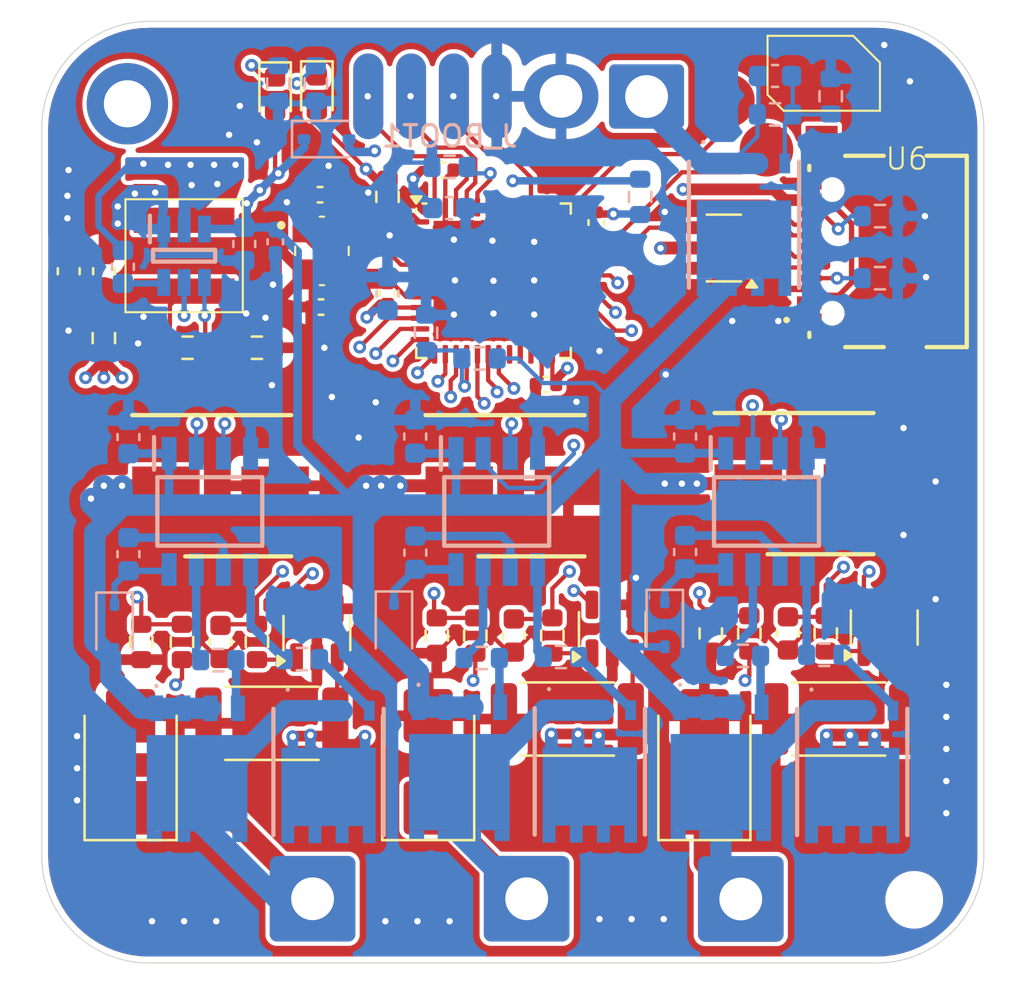
<source format=kicad_pcb>
(kicad_pcb (version 20241229) (generator "pcbnew") (generator_version "9.0")
  (title_block (comment 4 "AISLER Project ID: MVXMHWHU"))
  (layers (0 "F.Cu" signal) (4 "In1.Cu" signal) (6 "In2.Cu" signal) (2 "B.Cu" signal) (13 "F.Paste" user) (15 "B.Paste" user) (5 "F.SilkS" user "F.Silkscreen") (7 "B.SilkS" user "B.Silkscreen") (1 "F.Mask" user) (3 "B.Mask" user) (25 "Edge.Cuts" user))
  (net 0 "")
  (net 4 "Net-(U1-PH3)")
  (net 18 "GND")
  (net 19 "/VISENSE_A")
  (net 20 "V_Bat")
  (net 21 "/nGate_A")
  (net 22 "/Phase_A")
  (net 23 "/pGate_A")
  (net 24 "Net-(R4-Pad2)")
  (net 25 "+3V3")
  (net 26 "Net-(IC3-VS)")
  (net 27 "Net-(IC3-LO)")
  (net 28 "Net-(IC3-HO)")
  (net 29 "+5V_USB")
  (net 30 "Net-(J1-CC2)")
  (net 31 "Net-(J1-D--PadA7)")
  (net 32 "Net-(J1-D+-PadA6)")
  (net 33 "Net-(J1-CC1)")
  (net 34 "/VV_SENSE_A")
  (net 35 "/VB_A")
  (net 36 "Net-(IC1-VS)")
  (net 37 "/VB_B")
  (net 38 "Net-(IC1-LO)")
  (net 39 "Net-(IC1-HO)")
  (net 40 "/nGate_B")
  (net 41 "/Phase_B")
  (net 42 "/pGate_B")
  (net 43 "Net-(Q4-S)")
  (net 44 "Net-(R14-Pad2)")
  (net 45 "/SW")
  (net 46 "/CB")
  (net 47 "/VISENSE_B")
  (net 48 "/VB_C")
  (net 49 "Net-(IC4-VS)")
  (net 50 "/VISENSE_C")
  (net 51 "Net-(IC4-LO)")
  (net 52 "Net-(IC4-HO)")
  (net 53 "/Phase_C")
  (net 54 "/nGate_C")
  (net 55 "/pGate_C")
  (net 56 "/VV_SENSE_B")
  (net 57 "Net-(R20-Pad2)")
  (net 58 "/VV_SENSE_C")
  (net 59 "/FB")
  (net 60 "/OUT_buck")
  (net 61 "Net-(U1-VBAT)")
  (net 62 "Net-(U1-VDDUSB)")
  (net 63 "/USB_D+")
  (net 64 "/USB_D-")
  (net 65 "/LO_B")
  (net 66 "/Hi_B")
  (net 67 "/Hi_A")
  (net 68 "/LO_A")
  (net 69 "/LO_C")
  (net 70 "/HI_C")
  (net 71 "/RCC_OSC_OUT")
  (net 72 "/RCC_OSC_IN")
  (net 73 "/V_Bat_Div")
  (net 74 "Net-(Q1-S)")
  (net 75 "Net-(Q8-S)")
  (net 76 "/I2C1_SDA")
  (net 77 "/I2C1_CL")
  (net 78 "/V_Bat_raw")
  (net 79 "Net-(Q5-G)")
  (net 80 "Net-(D5-K)")
  (net 81 "Net-(D6-K)")
  (net 82 "/SWCLK")
  (net 83 "/SWDIO")
  (net 84 "/Duty_in")
  (footprint "ESC_footrpints:Connector_BLDC" (layer "F.Cu") (at 41.4 61 180)
    (property "Reference" "C25" (hide yes))
    (property "Value" "~" (hide yes))
  )
  (footprint "ESC_footrpints:CAPAE660X550N" (layer "F.Cu") (at 27.1 41.7)
    (property "Reference" "C16" (hide yes))
    (property "Value" "47u" (hide yes))
  )
  (footprint "LED_SMD:LED_0603_1608Metric" (layer "F.Cu") (at 29.65 23.4 -90)
    (property "Reference" "D5" (hide yes))
    (property "Value" "LED_Small")
  )
  (footprint "LED_SMD:LED_0603_1608Metric" (layer "F.Cu") (at 31.6 23.35 -90)
    (property "Reference" "D6" (hide yes))
    (property "Value" "LED_Small")
  )
  (footprint "Capacitor_SMD:C_0603_1608Metric" (layer "F.Cu") (at 40.8 48.7 90)
    (property "Reference" "C9" (hide yes))
    (property "Value" "1n")
  )
  (footprint "Resistor_SMD:R_0603_1608Metric" (layer "F.Cu") (at 28.8 35.25 180)
    (property "Reference" "R_FBB1" (hide yes))
    (property "Value" "22k1 %1")
  )
  (footprint "ESC_footrpints:CAPAE660X550N" (layer "F.Cu") (at 40.8 41.7)
    (property "Reference" "C8" (hide yes))
    (property "Value" "47u" (hide yes))
  )
  (footprint "Resistor_SMD:R_0603_1608Metric" (layer "F.Cu") (at 55.37 48.6 -90)
    (property "Reference" "R4" (hide yes))
    (property "Value" "1k")
  )
  (footprint "Capacitor_SMD:C_0603_1608Metric" (layer "F.Cu") (at 27.1 49 90)
    (property "Reference" "C17" (hide yes))
    (property "Value" "1n")
  )
  (footprint "Capacitor_SMD:C_0402_1005Metric" (layer "F.Cu") (at 42.3 36.97)
    (property "Reference" "C21" (hide yes))
    (property "Value" "100n")
  )
  (footprint "MountingHole:MountingHole_2.2mm_M2_DIN965_Pad" (layer "F.Cu") (at 22.75 23.85)
    (property "Reference" "H1" (hide yes))
    (property "Value" "MountingHole")
  )
  (footprint "ESC_footrpints:XAL5050822MEC" (layer "F.Cu") (at 25.4 30.95 -90)
    (property "Reference" "L2" (hide yes))
    (property "Value" "8.2u" (hide yes))
  )
  (footprint "Package_DFN_QFN:QFN-48-1EP_7x7mm_P0.5mm_EP5.6x5.6mm" (layer "F.Cu") (at 39.85 32.12)
    (property "Reference" "U1" (hide yes))
    (property "Value" "STM32L412CBU6")
  )
  (footprint "Capacitor_SMD:C_0603_1608Metric" (layer "F.Cu") (at 53.6 48.6 90)
    (property "Reference" "C1" (hide yes))
    (property "Value" "1n")
  )
  (footprint "Resistor_SMD:R_0603_1608Metric" (layer "F.Cu") (at 28.8 49 -90)
    (property "Reference" "R20" (hide yes))
    (property "Value" "1k")
  )
  (footprint "Capacitor_SMD:C_0603_1608Metric" (layer "F.Cu") (at 20.01 31.675 -90)
    (property "Reference" "C12" (hide yes))
    (property "Value" "22u/6.6V")
  )
  (footprint "Resistor_SMD:R_2512_6332Metric" (layer "F.Cu") (at 55.97 52.6 180)
    (property "Reference" "R1" (hide yes))
    (property "Value" "2mOhm")
  )
  (footprint "Package_TO_SOT_SMD:SOT-23-5" (layer "F.Cu") (at 31.6 48.585 90)
    (property "Reference" "U5" (hide yes))
    (property "Value" "INA180A3")
  )
  (footprint "Package_TO_SOT_SMD:SOT-23-5" (layer "F.Cu") (at 45.4 48.4 90)
    (property "Reference" "U4" (hide yes))
    (property "Value" "INA180A3")
  )
  (footprint "Resistor_SMD:R_0603_1608Metric" (layer "F.Cu") (at 21.65 34.8 -90)
    (property "Reference" "J_3V3" (hide yes))
    (property "Value" "0")
  )
  (footprint "Resistor_SMD:R_2512_6332Metric" (layer "F.Cu") (at 29.5 52.8 180)
    (property "Reference" "R19" (hide yes))
    (property "Value" "2mOhm")
  )
  (footprint "Capacitor_SMD:C_0402_1005Metric" (layer "F.Cu") (at 37.5 26.95 180)
    (property "Reference" "C20" (hide yes))
    (property "Value" "100n")
  )
  (footprint "Resistor_SMD:R_0603_1608Metric" (layer "F.Cu") (at 37.2 48.7 90)
    (property "Reference" "R16" (hide yes))
    (property "Value" "1k")
  )
  (footprint "Package_TO_SOT_SMD:SOT-23-5" (layer "F.Cu") (at 58.1 48.325 90)
    (property "Reference" "U3" (hide yes))
    (property "Value" "INA180A3")
  )
  (footprint "Resistor_SMD:R_2512_6332Metric" (layer "F.Cu") (at 43.3 52.6 180)
    (property "Reference" "R13" (hide yes))
    (property "Value" "2mOhm")
  )
  (footprint "Package_TO_SOT_SMD:SOT-23-6" (layer "F.Cu") (at 50.61 30.59 180)
    (property "Reference" "U2" (hide yes))
    (property "Value" "USBLC6-2SC6")
  )
  (footprint "MountingHole:MountingHole_2.2mm_M2" (layer "F.Cu") (at 59.5 61.05)
    (property "Reference" "H2" (hide yes))
    (property "Value" "MountingHole")
  )
  (footprint "Diode_SMD:D_SMB" (layer "F.Cu") (at 49.7 54.6 90)
    (property "Reference" "D7" (hide yes))
    (property "Value" "SMBJP6KE22A-TP")
  )
  (footprint "Resistor_SMD:R_0603_1608Metric" (layer "F.Cu") (at 23.4 49 90)
    (property "Reference" "R22" (hide yes))
    (property "Value" "1k")
  )
  (footprint "ESC_footrpints:CAPAE660X550N" (layer "F.Cu") (at 54.3 41.6)
    (property "Reference" "C2" (hide yes))
    (property "Value" "47u" (hide yes))
  )
  (footprint "Resistor_SMD:R_0603_1608Metric" (layer "F.Cu") (at 50 48.6 90)
    (property "Reference" "R12" (hide yes))
    (property "Value" "1k")
  )
  (footprint "Diode_SMD:D_SMB" (layer "F.Cu") (at 36.8 54.6 90)
    (property "Reference" "D8" (hide yes))
    (property "Value" "SMBJP6KE22A-TP")
  )
  (footprint "Resistor_SMD:R_0603_1608Metric" (layer "F.Cu") (at 25.3 49 -90)
    (property "Reference" "R21" (hide yes))
    (property "Value" "5.1k")
  )
  (footprint "Resistor_SMD:R_0603_1608Metric" (layer "F.Cu") (at 39 48.7 -90)
    (property "Reference" "R15" (hide yes))
    (property "Value" "5.1k")
  )
  (footprint "Capacitor_SMD:C_0402_1005Metric" (layer "F.Cu") (at 34.9 32.72 -90)
    (property "Reference" "C19" (hide yes))
    (property "Value" "100n")
  )
  (footprint "Resistor_SMD:R_0603_1608Metric" (layer "F.Cu") (at 25.56 35.25 180)
    (property "Reference" "R_FBT1" (hide yes))
    (property "Value" "100k 1%")
  )
  (footprint "ESC_footrpints:GSB1C41110SSHR" (layer "F.Cu") (at 57.99 30.75 90)
    (property "Reference" "J1" (hide yes))
    (property "Value" "USB_C_Receptacle_USB2.0_16P" (hide yes))
  )
  (footprint "Capacitor_SMD:C_0603_1608Metric" (layer "F.Cu") (at 21.66 31.675 -90)
    (property "Reference" "C11" (hide yes))
    (property "Value" "22u/6.6V")
  )
  (footprint "Resistor_SMD:R_0603_1608Metric" (layer "F.Cu") (at 42.6 48.7 -90)
    (property "Reference" "R14" (hide yes))
    (property "Value" "1k")
  )
  (footprint "Capacitor_SMD:C_0402_1005Metric" (layer "F.Cu") (at 44.65 29.4 90)
    (property "Reference" "C23" (hide yes))
    (property "Value" "100n")
  )
  (footprint "ESC_footrpints:Connector_ESC" (layer "F.Cu") (at 36.5 22.5 180)
    (property "Reference" "C24" (hide yes))
    (property "Value" "~" (hide yes))
  )
  (footprint "Resistor_SMD:R_0603_1608Metric" (layer "F.Cu") (at 51.8 48.6 -90)
    (property "Reference" "R11" (hide yes))
    (property "Value" "5.1k")
  )
  (footprint "Resistor_SMD:R_0603_1608Metric" (layer "F.Cu") (at 34.9 28.2 90)
    (property "Reference" "J_VBAT1" (hide yes))
    (property "Value" "0")
  )
  (footprint "ESC_footrpints:ESC_LOGO" (layer "F.Cu") (at 59.15 26.925)
    (property "Reference" "U6")
    (property "Value" "~")
  )
  (footprint "Capacitor_SMD:C_0402_1005Metric" (layer "F.Cu") (at 31.75 28.1 180)
    (property "Reference" "C27" (hide yes))
    (property "Value" "12p")
  )
  (footprint "Diode_SMD:D_SMB" (layer "F.Cu") (at 22.9 54.6 90)
    (property "Reference" "D9" (hide yes))
    (property "Value" "SMBJP6KE22A-TP")
  )
  (footprint "Capacitor_SMD:C_0402_1005Metric" (layer "F.Cu") (at 31.795 33.35)
    (property "Reference" "C26" (hide yes))
    (property "Value" "12p")
  )
  (footprint "ESC_footrpints:ABM8W480000MHZ6D1XT3" (layer "F.Cu") (at 31.525 30.725 -90)
    (property "Reference" "Y1" (hide yes))
    (property "Value" "Crystal_GND24_Small" (hide yes))
  )
  (footprint "ESC_footrpints:BSC060P03NS3EG" (layer "B.Cu") (at 38.255 55.05)
    (property "Reference" "Q7" (hide yes))
    (property "Value" "BSC060P03NS3E G" (hide yes))
  )
  (footprint "Capacitor_SMD:C_0603_1608Metric" (layer "B.Cu") (at 48.8 44.8 -90)
    (property "Reference" "C3" (hide yes))
    (property "Value" "1u")
  )
  (footprint "Resistor_SMD:R_0603_1608Metric" (layer "B.Cu") (at 39.199132 35.75)
    (property "Reference" "R7" (hide yes))
    (property "Value" "5.1k")
  )
  (footprint "Capacitor_SMD:C_0603_1608Metric" (layer "B.Cu") (at 28.21 30.4 90)
    (property "Reference" "C5" (hide yes))
    (property "Value" "2.2u / 2xV_bat")
  )
  (footprint "ESC_footrpints:BSC054N04NSGATMA1" (layer "B.Cu") (at 51.55 29.5)
    (property "Reference" "Q5" (hide yes))
    (property "Value" "IRFH8318TRPBF" (hide yes))
  )
  (footprint "Resistor_SMD:R_0603_1608Metric" (layer "B.Cu") (at 31.55 22.9 90)
    (property "Reference" "R26" (hide yes))
    (property "Value" "1k")
  )
  (footprint "Resistor_SMD:R_0603_1608Metric" (layer "B.Cu") (at 57.9 32)
    (property "Reference" "R5" (hide yes))
    (property "Value" "5.1k")
  )
  (footprint "Capacitor_SMD:C_0603_1608Metric" (layer "B.Cu") (at 22.8 44.9 -90)
    (property "Reference" "C15" (hide yes))
    (property "Value" "1u")
  )
  (footprint "Diode_SMD:D_SOD-323" (layer "B.Cu") (at 32.05 25.5)
    (property "Reference" "D2" (hide yes))
    (property "Value" "1N5819WS")
  )
  (footprint "ESC_footrpints:SOIC127P600X175-8N" (layer "B.Cu") (at 26.6 42.9 -90)
    (property "Reference" "IC4" (hide yes))
    (property "Value" "IR2103STRPBF" (hide yes))
  )
  (footprint "Capacitor_SMD:C_0603_1608Metric" (layer "B.Cu") (at 22.54 31.47 -90)
    (property "Reference" "C10" (hide yes))
    (property "Value" "100n / X7R or X5R / 16V")
  )
  (footprint "ESC_footrpints:BSC054N04NSGATMA1" (layer "B.Cu") (at 56.605 55.075)
    (property "Reference" "Q1" (hide yes))
    (property "Value" "IRFH8318TRPBF" (hide yes))
  )
  (footprint "Resistor_SMD:R_0603_1608Metric" (layer "B.Cu") (at 39.3 49.75)
    (property "Reference" "R9" (hide yes))
    (property "Value" "100")
  )
  (footprint "Capacitor_SMD:C_0402_1005Metric_Pad0.74x0.62mm_HandSolder" (layer "B.Cu") (at 29.66 30.3 90)
    (property "Reference" "C13" (hide yes))
    (property "Value" "100n /2x V_bat")
  )
  (footprint "ESC_footrpints:BSC060P03NS3EG" (layer "B.Cu") (at 26.005 55.1)
    (property "Reference" "Q3" (hide yes))
    (property "Value" "BSC060P03NS3E G" (hide yes))
  )
  (footprint "Resistor_SMD:R_0603_1608Metric" (layer "B.Cu") (at 29.8 22.9 90)
    (property "Reference" "R25" (hide yes))
    (property "Value" "22k")
  )
  (footprint "Capacitor_SMD:C_0603_1608Metric" (layer "B.Cu") (at 48.8 39.4 -90)
    (property "Reference" "C4" (hide yes))
    (property "Value" "1u")
  )
  (footprint "Diode_SMD:D_SOD-323" (layer "B.Cu") (at 22.15 48.3 -90)
    (property "Reference" "D4" (hide yes))
    (property "Value" "1N5819WS")
  )
  (footprint "Capacitor_SMD:C_0603_1608Metric" (layer "B.Cu") (at 34.9 32.72 -90)
    (property "Reference" "C18" (hide yes))
    (property "Value" "1u")
  )
  (footprint "Resistor_SMD:R_0603_1608Metric" (layer "B.Cu") (at 36.7 34.55 -90)
    (property "Reference" "R8" (hide yes))
    (property "Value" "1k")
  )
  (footprint "Capacitor_SMD:C_0603_1608Metric" (layer "B.Cu") (at 36.195 39.4 -90)
    (property "Reference" "C6" (hide yes))
    (property "Value" "1u")
  )
  (footprint "Resistor_SMD:R_0603_1608Metric" (layer "B.Cu") (at 30.9 49.8)
    (property "Reference" "R18" (hide yes))
    (property "Value" "100")
  )
  (footprint "ESC_footrpints:SOIC127P600X175-8N" (layer "B.Cu") (at 52.6 42.9 -90)
    (property "Reference" "IC3" (hide yes))
    (property "Value" "IR2103STRPBF" (hide yes))
  )
  (footprint "ESC_footrpints:BSC060P03NS3EG" (layer "B.Cu") (at 50.47 55.05)
    (property "Reference" "Q2" (hide yes))
    (property "Value" "BSC060P03NS3E G" (hide yes))
  )
  (footprint "Capacitor_SMD:C_0603_1608Metric" (layer "B.Cu") (at 37.775 28.725 180)
    (property "Reference" "C22" (hide yes))
    (property "Value" "4.7u")
  )
  (footprint "Resistor_SMD:R_0603_1608Metric" (layer "B.Cu") (at 55.3 49.6)
    (property "Reference" "R3" (hide yes))
    (property "Value" "100")
  )
  (footprint "Resistor_SMD:R_0603_1608Metric" (layer "B.Cu") (at 46.7 28.2 90)
    (property "Reference" "J_VUSB1" (hide yes))
    (property "Value" "0")
  )
  (footprint "ESC_footrpints:BSC054N04NSGATMA1" (layer "B.Cu") (at 32.145 55.075)
    (property "Reference" "Q4" (hide yes))
    (property "Value" "IRFH8318TRPBF" (hide yes))
  )
  (footprint "Resistor_SMD:R_0603_1608Metric" (layer "B.Cu") (at 51.5 49.65)
    (property "Reference" "R2" (hide yes))
    (property "Value" "100")
  )
  (footprint "Resistor_SMD:R_0603_1608Metric" (layer "B.Cu") (at 43 49.7)
    (property "Reference" "R10" (hide yes))
    (property "Value" "100")
  )
  (footprint "Diode_SMD:D_SOD-323" (layer "B.Cu") (at 47.85 48.175 -90)
    (property "Reference" "D1" (hide yes))
    (property "Value" "1N5819WS")
  )
  (footprint "Resistor_SMD:R_0603_1608Metric" (layer "B.Cu") (at 57.9 29.1)
    (property "Reference" "R6" (hide yes))
    (property "Value" "5.1k")
  )
  (footprint "ESC_footrpints:SOT95P280X110-6N" (layer "B.Cu") (at 25.4 30.95 -90)
    (property "Reference" "IC2" (hide yes))
    (property "Value" "LMR51420XDDCR" (hide yes))
  )
  (footprint "ESC_footrpints:BSC054N04NSGATMA1" (layer "B.Cu") (at 44.35 55.052)
    (property "Reference" "Q8" (hide yes))
    (property "Value" "IRFH8318TRPBF" (hide yes))
  )
  (footprint "Capacitor_SMD:C_0603_1608Metric" (layer "B.Cu") (at 22.8 39.425 -90)
    (property "Reference" "C14" (hide yes))
    (property "Value" "1u")
  )
  (footprint "Capacitor_SMD:C_0603_1608Metric" (layer "B.Cu") (at 36.2 44.825 -90)
    (property "Reference" "C7" (hide yes))
    (property "Value" "1u")
  )
  (footprint "Resistor_SMD:R_0603_1608Metric" (layer "B.Cu") (at 53 24.35 180)
    (property "Reference" "R23" (hide yes))
    (property "Value" "1M")
  )
  (footprint "Diode_SMD:D_SOD-323" (layer "B.Cu") (at 35.2 48.25 -90)
    (property "Reference" "D3" (hide yes))
    (property "Value" "1N5819WS")
  )
  (footprint "Resistor_SMD:R_0603_1608Metric" (layer "B.Cu") (at 37.8 26.8 180)
    (property "Reference" "J_BOOT1")
    (property "Value" "0")
  )
  (footprint "Capacitor_SMD:C_0603_1608Metric" (layer "B.Cu") (at 53 22.55 180)
    (property "Reference" "C28" (hide yes))
    (property "Value" "2.2u/40V")
  )
  (footprint "Resistor_SMD:R_0603_1608Metric" (layer "B.Cu") (at 27 49.85)
    (property "Reference" "R17" (hide yes))
    (property "Value" "100")
  )
  (footprint "ESC_footrpints:SOIC127P600X175-8N" (layer "B.Cu") (at 40 42.9 -90)
    (property "Reference" "IC1" (hide yes))
    (property "Value" "IR2103STRPBF" (hide yes))
  )
  (footprint "Resistor_SMD:R_0603_1608Metric" (layer "B.Cu") (at 55.6 23.5 -90)
    (property "Reference" "R24" (hide yes))
    (property "Value" "100k")
  )
  (gr_circle (center 50.8 23.7) (end 51.95 23.75) (stroke (width 0.2)) (fill yes) (layer "F.Cu") (net 82))
  (gr_circle (center 52.6 26) (end 53.75 26.05) (stroke (width 0.2)) (fill yes) (layer "F.Cu") (net 83))
  (gr_arc (start 57.75 20) (mid 61.285534 21.464466) (end 62.75 25) (stroke (width 0.05)) (layer "Edge.Cuts"))
  (gr_line (start 62.75 25) (end 62.75 59) (stroke (width 0.05)) (layer "Edge.Cuts"))
  (gr_line (start 57.75 64) (end 23.75 64) (stroke (width 0.05)) (layer "Edge.Cuts"))
  (gr_line (start 23.75 20) (end 57.75 20) (stroke (width 0.05)) (layer "Edge.Cuts"))
  (gr_arc (start 23.75 64) (mid 20.214466 62.535534) (end 18.75 59) (stroke (width 0.05)) (layer "Edge.Cuts"))
  (gr_line (start 18.75 59) (end 18.75 25) (stroke (width 0.05)) (layer "Edge.Cuts"))
  (gr_arc (start 18.75 25) (mid 20.214466 21.464466) (end 23.75 20) (stroke (width 0.05)) (layer "Edge.Cuts"))
  (gr_arc (start 62.75 59) (mid 61.285534 62.535534) (end 57.75 64) (stroke (width 0.05)) (layer "Edge.Cuts"))
  (segment (start 39.7 27.402736) (end 39.7 27.1) (width 0.2) (layer "F.Cu") (net 4))
  (segment (start 39.1 28.6825) (end 39.1 28.002736) (width 0.2) (layer "F.Cu") (net 4))
  (segment (start 39.1 28.002736) (end 39.7 27.402736) (width 0.2) (layer "F.Cu") (net 4))
  (via (at 39.7 27.1) (size 0.6) (drill 0.3) (layers "F.Cu" "B.Cu") (net 4))
  (segment (start 39.625 27.025) (end 39.7 27.1) (width 0.2) (layer "B.Cu") (net 4))
  (segment (start 39.7 27.1) (end 38.925 27.1) (width 0.2) (layer "B.Cu") (net 4))
  (segment (start 38.925 27.1) (end 38.625 26.8) (width 0.2) (layer "B.Cu") (net 4))
  (segment (start 41.575 48.7) (end 41.95 48.7) (width 0.2) (layer "F.Cu") (net 18))
  (segment (start 35.14 32.24) (end 34.9 32.24) (width 0.2) (layer "F.Cu") (net 18))
  (segment (start 39.1 32.87) (end 39.85 32.12) (width 0.2) (layer "F.Cu") (net 18))
  (segment (start 54.6 29.5) (end 54.55 29.55) (width 0.2) (layer "F.Cu") (net 18))
  (segment (start 50.6 30.104999) (end 50.6 28.75) (width 0.35) (layer "F.Cu") (net 18))
  (segment (start 23.15 28) (end 23.1 28.05) (width 0.8) (layer "F.Cu") (net 18))
  (segment (start 42.1 34.37) (end 39.85 32.12) (width 0.2) (layer "F.Cu") (net 18))
  (segment (start 37.95 48.775) (end 38.225 48.775) (width 0.2) (layer "F.Cu") (net 18))
  (segment (start 35.77 32.87) (end 35.14 32.24) (width 0.2) (layer "F.Cu") (net 18))
  (segment (start 40.8 49.475) (end 40.55 49.475) (width 0.2) (layer "F.Cu") (net 18))
  (segment (start 32.23 28.1) (end 32.23 29.217) (width 0.2) (layer "F.Cu") (net 18))
  (segment (start 54.6 33.95) (end 53.3 33.95) (width 0.3) (layer "F.Cu") (net 18))
  (segment (start 31.6 49.7225) (end 31.6 47.525) (width 0.35) (layer "F.Cu") (net 18))
  (segment (start 53.75 32.5) (end 53.6 32.35) (width 0.2) (layer "F.Cu") (net 18))
  (segment (start 23.1 28.05) (end 22.8 28.05) (width 0.8) (layer "F.Cu") (net 18))
  (segment (start 37.6 28.6825) (end 37.6 27.33) (width 0.2) (layer "F.Cu") (net 18))
  (segment (start 37.6 27.33) (end 37.98 26.95) (width 0.2) (layer "F.Cu") (net 18))
  (segment (start 31.6775 47.4475) (end 32.55 47.4475) (width 0.35) (layer "F.Cu") (net 18))
  (segment (start 58.1 47.25) (end 58.1625 47.1875) (width 0.35) (layer "F.Cu") (net 18))
  (segment (start 54.6 27.55) (end 55.25 26.9) (width 0.2) (layer "F.Cu") (net 18))
  (segment (start 51.085001 30.59) (end 50.65 31.025001) (width 0.2) (layer "F.Cu") (net 18))
  (segment (start 36.4125 32.87) (end 35.77 32.87) (width 0.2) (layer "F.Cu") (net 18))
  (segment (start 32.23 29.217) (end 32.638 29.625) (width 0.2) (layer "F.Cu") (net 18))
  (segment (start 43.2875 29.87) (end 42.1 29.87) (width 0.2) (layer "F.Cu") (net 18))
  (segment (start 27.1 49.775) (end 27.15 49.775) (width 0.2) (layer "F.Cu") (net 18))
  (segment (start 51.085001 30.59) (end 50.6 30.104999) (width 0.35) (layer "F.Cu") (net 18))
  (segment (start 42.1 35.5575) (end 42.1 34.37) (width 0.2) (layer "F.Cu") (net 18))
  (segment (start 31.6 47.525) (end 31.6775 47.4475) (width 0.35) (layer "F.Cu") (net 18))
  (segment (start 55.25 26.9) (end 55.8 26.9) (width 0.2) (layer "F.Cu") (net 18))
  (segment (start 53.325 49.375) (end 52.625 48.675) (width 0.2) (layer "F.Cu") (net 18))
  (segment (start 40.8 49.475) (end 41.575 48.7) (width 0.2) (layer "F.Cu") (net 18))
  (segment (start 51.7475 30.59) (end 51.085001 30.59) (width 0.2) (layer "F.Cu") (net 18))
  (segment (start 37.2 49.525) (end 37.95 48.775) (width 0.2) (layer "F.Cu") (net 18))
  (segment (start 27.1 49.775) (end 26.975 49.775) (width 0.2) (layer "F.Cu") (net 18))
  (segment (start 53.890686 29.5) (end 53.465686 29.075) (width 0.2) (layer "F.Cu") (net 18))
  (segment (start 50.175 49.425) (end 51 48.6) (width 0.2) (layer "F.Cu") (net 18))
  (segment (start 58.1625 47.1875) (end 59.05 47.1875) (width 0.35) (layer "F.Cu") (net 18))
  (segment (start 26.975 49.775) (end 26.25 49.05) (width 0.2) (layer "F.Cu") (net 18))
  (segment (start 53.6 49.375) (end 53.325 49.375) (width 0.2) (layer "F.Cu") (net 18))
  (segment (start 50 49.425) (end 50.175 49.425) (width 0.2) (layer "F.Cu") (net 18))
  (segment (start 21.66 30.9) (end 20.01 30.9) (width 0.8) (layer "F.Cu") (net 18))
  (segment (start 53.6 49.375) (end 54.375 48.6) (width 0.2) (layer "F.Cu") (net 18))
  (segment (start 42.1 29.87) (end 39.85 32.12) (width 0.2) (layer "F.Cu") (net 18))
  (segment (start 54.6 29.5) (end 53.890686 29.5) (width 0.2) (layer "F.Cu") (net 18))
  (segment (start 37.6 28.6825) (end 37.6 29.87) (width 0.2) (layer "F.Cu") (net 18))
  (segment (start 42.1 35.5575) (end 42.1 36.69) (width 0.2) (layer "F.Cu") (net 18))
  (segment (start 51.085001 30.59) (end 50.6 31.075001) (width 0.35) (layer "F.Cu") (net 18))
  (segment (start 45.4 47.35) (end 45.4875 47.2625) (width 0.35) (layer "F.Cu") (net 18))
  (segment (start 22.3 28.65) (end 22.3 29.45) (width 0.8) (layer "F.Cu") (net 18))
  (segment (start 50.65 31.025001) (end 50.65 31.75) (width 0.2) (layer "F.Cu") (net 18))
  (segment (start 22.3 30.26) (end 21.66 30.9) (width 0.8) (layer "F.Cu") (net 18))
  (segment (start 53.465686 29.075) (end 53.325 29.075) (width 0.2) (layer "F.Cu") (net 18))
  (segment (start 44.52 29.87) (end 43.2875 29.87) (width 0.2) (layer "F.Cu") (net 18))
  (segment (start 36.4125 32.87) (end 39.1 32.87) (width 0.2) (layer "F.Cu") (net 18))
  (segment (start 42.1 36.69) (end 41.82 36.97) (width 0.2) (layer "F.Cu") (net 18))
  (segment (start 40.55 49.475) (end 39.725 48.65) (width 0.2) (layer "F.Cu") (net 18))
  (segment (start 27.15 49.775) (end 27.8375 49.0875) (width 0.2) (layer "F.Cu") (net 18))
  (segment (start 53.3 33.95) (end 53.15 34.1) (width 0.3) (layer "F.Cu") (net 18))
  (segment (start 22.3 28.55) (end 22.3 28.65) (width 0.8) (layer "F.Cu") (net 18))
  (segment (start 58.1 49.4625) (end 58.1 47.25) (width 0.35) (layer "F.Cu") (net 18))
  (segment (start 31.315 33.35) (end 31.315 32.103) (width 0.2) (layer "F.Cu") (net 18))
  (segment (start 54.375 48.6) (end 54.675 48.6) (width 0.2) (layer "F.Cu") (net 18))
  (segment (start 54.6 32.5) (end 53.75 32.5) (width 0.2) (layer "F.Cu") (net 18))
  (segment (start 37.6 29.87) (end 39.85 32.12) (width 0.2) (layer "F.Cu") (net 18))
  (segment (start 22.8 28.05) (end 22.3 28.55) (width 0.8) (layer "F.Cu") (net 18))
  (segment (start 24.05 28) (end 23.15 28) (width 0.8) (layer "F.Cu") (net 18))
  (segment (start 44.65 30) (end 44.52 29.87) (width 0.2) (layer "F.Cu") (net 18))
  (segment (start 45.4 49.5375) (end 45.4 47.35) (width 0.35) (layer "F.Cu") (net 18))
  (segment (start 22.3 29.45) (end 22.3 30.26) (width 0.8) (layer "F.Cu") (net 18))
  (segment (start 50.6 31.075001) (end 50.6 32.55) (width 0.35) (layer "F.Cu") (net 18))
  (segment (start 31.315 32.103) (end 31.037 31.825) (width 0.2) (layer "F.Cu") (net 18))
  (segment (start 45.4875 47.2625) (end 46.35 47.2625) (width 0.35) (layer "F.Cu") (net 18))
  (via (at 27.5 25.3) (size 0.6) (drill 0.3) (layers "F.Cu" "B.Cu") (net 18))
  (via (at 29.2 33.85) (size 0.6) (drill 0.3) (layers "F.Cu" "B.Cu") (net 18))
  (via (at 38.05 32.1) (size 0.6) (drill 0.3) (layers "F.Cu" "B.Cu") (net 18))
  (via (at 32.3 37.55) (size 0.6) (drill 0.3) (layers "F.Cu" "B.Cu") (net 18))
  (via (at 23.9 62.05) (size 0.6) (drill 0.3) (layers "F.Cu" "B.Cu") (net 18))
  (via (at 41.75 33.7) (size 0.6) (drill 0.3) (layers "F.Cu" "B.Cu") (net 18))
  (via (at 46.5 46) (size 0.6) (drill 0.3) (layers "F.Cu" "B.Cu") (net 18))
  (via (at 43.725 37.775) (size 0.6) (drill 0.3) (layers "F.Cu" "B.Cu") (net 18))
  (via (at 20.4 53.4) (size 0.6) (drill 0.3) (layers "F.Cu" "B.Cu") (net 18))
  (via (at 61 54) (size 0.6) (drill 0.3) (layers "F.Cu" "B.Cu") (net 18))
  (via (at 28 23.95) (size 0.6) (drill 0.3) (layers "F.Cu" "B.Cu") (net 18))
  (via (at 35 30) (size 0.6) (drill 0.3) (layers "F.Cu" "B.Cu") (net 18))
  (via (at 41.75 30.3) (size 0.6) (drill 0.3) (layers "F.Cu" "B.Cu") (net 18))
  (via (at 19.95 28.15) (size 0.6) (drill 0.3) (layers "F.Cu" "B.Cu") (net 18))
  (via (at 39.85 32.12) (size 0.6) (drill 0.3) (layers "F.Cu" "B.Cu") (net 18))
  (via (at 36.3 62.05) (size 0.6) (drill 0.3) (layers "F.Cu" "B.Cu") (net 18))
  (via (at 24.05 28) (size 0.6) (drill 0.3) (layers "F.Cu" "B.Cu") (net 18))
  (via (at 20.4 56.4) (size 0.6) (drill 0.3) (layers "F.Cu" "B.Cu") (net 18))
  (via (at 41.75 32.1) (size 0.6) (drill 0.3) (layers "F.Cu" "B.Cu") (net 18))
  (via (at 38 30.2) (size 0.6) (drill 0.3) (layers "F.Cu" "B.Cu") (net 18))
  (via (at 34.8 62.05) (size 0.6) (drill 0.3) (layers "F.Cu" "B.Cu") (net 18))
  (via (at 47.895737 36.499999) (size 0.6) (drill 0.3) (layers "F.Cu" "B.Cu") (net 18))
  (via (at 25.4 62.05) (size 0.6) (drill 0.3) (layers "F.Cu" "B.Cu") (net 18))
  (via (at 23.1 28.05) (size 0.6) (drill 0.3) (layers "F.Cu" "B.Cu") (net 18))
  (via (at 29.5 37) (size 0.6) (drill 0.3) (layers "F.Cu" "B.Cu") (net 18))
  (via (at 61 57) (size 0.6) (drill 0.3) (layers "F.Cu" "B.Cu") (net 18))
  (via (at 33.55 39.45) (size 0.6) (drill 0.3) (layers "F.Cu" "B.Cu") (net 18))
  (via (at 30.2 28.45) (size 0.6) (drill 0.3) (layers "F.Cu" "B.Cu") (net 18))
  (via (at 20 34.45) (size 0.6) (drill 0.3) (layers "F.Cu" "B.Cu") (net 18))
  (via (at 47.8 61.95) (size 0.6) (drill 0.3) (layers "F.Cu" "B.Cu") (net 18))
  (via (at 53.15 34) (size 0.6) (drill 0.3) (layers "F.Cu" "B.Cu") (net 18))
  (via (at 61 52.5) (size 0.6) (drill 0.3) (layers "F.Cu" "B.Cu") (net 18))
  (via (at 59 44) (size 0.6) (drill 0.3) (layers "F.Cu" "B.Cu") (net 18))
  (via (at 60.5 41.5) (size 0.6) (drill 0.3) (layers "F.Cu" "B.Cu") (net 18))
  (via (at 51 34) (size 0.6) (drill 0.3) (layers "F.Cu" "B.Cu") (net 18))
  (via (at 20.4 54.9) (size 0.6) (drill 0.3) (layers "F.Cu" "B.Cu") (net 18))
  (via (at 28.8 25.65) (size 0.6) (drill 0.3) (layers "F.Cu" "B.Cu") (net 18))
  (via (at 38 33.7) (size 0.6) (drill 0.3) (layers "F.Cu" "B.Cu") (net 18))
  (via (at 58.1 21.1) (size 0.6) (drill 0.3) (layers "F.Cu" "B.Cu") (net 18))
  (via (at 31.95 35.25) (size 0.6) (drill 0.3) (layers "F.Cu" "B.Cu") (net 18))
  (via (at 39.8 30.25) (size 0.6) (drill 0.3) (layers "F.Cu" "B.Cu") (net 18))
  (via (at 32.15 26.75) (size 0.6) (drill 0.3) (layers "F.Cu" "B.Cu") (net 18))
  (via (at 47.85 28.9) (size 0.6) (drill 0.3) (layers "F.Cu" "B.Cu") (net 18))
  (via (at 60.5 47) (size 0.6) (drill 0.3) (layers "F.Cu" "B.Cu") (net 18))
  (via (at 37.8 62.05) (size 0.6) (drill 0.3) (layers "F.Cu" "B.Cu") (net 18))
  (via (at 23.25 35.05) (size 0.6) (drill 0.3) (layers "F.Cu" "B.Cu") (net 18))
  (via (at 61 51) (size 0.6) (drill 0.3) (layers "F.Cu" "B.Cu") (net 18))
  (via (at 23.5 33.8) (size 0.6) (drill 0.3) (layers "F.Cu" "B.Cu") (net 18))
  (via (at 28.3 33.65) (size 0.6) (drill 0.3) (layers "F.Cu" "B.Cu") (net 18))
  (via (at 46.3 61.95) (size 0.6) (drill 0.3) (layers "F.Cu" "B.Cu") (net 18))
  (via (at 60.05 31.95) (size 0.6) (drill 0.3) (layers "F.Cu" "B.Cu") (net 18))
  (via (at 59.3 22.8) (size 0.6) (drill 0.3) (layers "F.Cu" "B.Cu") (net 18))
  (via (at 26.9 62.05) (size 0.6) (drill 0.3) (layers "F.Cu" "B.Cu") (net 18))
  (via (at 34.35 37.8) (size 0.6) (drill 0.3) (layers "F.Cu" "B.Cu") (net 18))
  (via (at 61 55.5) (size 0.6) (drill 0.3) (layers "F.Cu" "B.Cu") (net 18))
  (via (at 22.3 28.65) (size 0.6) (drill 0.3) (layers "F.Cu" "B.Cu") (net 18))
  (via (at 29.55 32.3) (size 0.6) (drill 0.3) (layers "F.Cu" "B.Cu") (net 18))
  (via (at 44.8 35.4) (size 0.6) (drill 0.3) (layers "F.Cu" "B.Cu") (net 18))
  (via (at 39.85 33.65) (size 0.6) (drill 0.3) (layers "F.Cu" "B.Cu") (net 18))
  (via (at 59 39) (size 0.6) (drill 0.3) (layers "F.Cu" "B.Cu") (net 18))
  (via (at 22.3 29.45) (size 0.6) (drill 0.3) (layers "F.Cu" "B.Cu") (net 18))
  (via (at 39.975 23.495) (size 0.6) (drill 0.3) (layers "F.Cu" "B.Cu") (net 18))
  (via (at 20 26.95) (size 0.6) (drill 0.3) (layers "F.Cu" "B.Cu") (net 18))
  (via (at 34 28) (size 0.6) (drill 0.3) (layers "F.Cu" "B.Cu") (net 18))
  (via (at 19.95 29.2) (size 0.6) (drill 0.3) (layers "F.Cu" "B.Cu") (net 18))
  (via (at 60 29.1) (size 0.6) (drill 0.3) (layers "F.Cu" "B.Cu") (net 18))
  (via (at 44.8 61.95) (size 0.6) (drill 0.3) (layers "F.Cu" "B.Cu") (net 18))
  (segment (start 41.905 40.188) (end 41.905 38.845) (width 0.3) (layer "B.Cu") (net 18))
  (segment (start 26.925 30.9) (end 27.2 31.175) (width 0.35) (layer "B.Cu") (net 18))
  (segment (start 24.45 29.7) (end 24.45 30.675) (width 0.35) (layer "B.Cu") (net 18))
  (segment (start 29.66 30.8675) (end 29.66 32.19) (width 0.2) (layer "B.Cu") (net 18))
  (segment (start 36.775 26.6) (end 35.3 26.6) (width 0.2) (layer "B.Cu") (net 18))
  (segment (start 24.675 30.9) (end 26.925 30.9) (width 0.35) (layer "B.Cu") (net 18))
  (segment (start 29.66 32.19) (end 29.55 32.3) (width 0.2) (layer "B.Cu") (net 18))
  (segment (start 34 27.9) (end 34 28) (width 0.2) (layer "B.Cu") (net 18))
  (segment (start 42.975 37.775) (end 43.725 37.775) (width 0.3) (layer "B.Cu") (net 18))
  (segment (start 24.45 30.675) (end 24.675 30.9) (width 0.35) (layer "B.Cu") (net 18))
  (segment (start 41.905 38.845) (end 42.975 37.775) (width 0.3) (layer "B.Cu") (net 18))
  (segment (start 35.3 26.6) (end 34 27.9) (width 0.2) (layer "B.Cu") (net 18))
  (segment (start 27.2 31.175) (end 28.21 31.175) (width 0.35) (layer "B.Cu") (net 18))
  (segment (start 36.975 26.8) (end 36.775 26.6) (width 0.2) (layer "B.Cu") (net 18))
  (segment (start 55.32 47.825) (end 55.37 47.775) (width 0.2) (layer "F.Cu") (net 19))
  (segment (start 55.37 46.33) (end 56.2 45.5) (width 0.2) (layer "F.Cu") (net 19))
  (segment (start 55.37 47.775) (end 55.37 46.33) (width 0.2) (layer "F.Cu") (net 19))
  (segment (start 53.7 47.825) (end 55.32 47.825) (width 0.2) (layer "F.Cu") (net 19))
  (segment (start 37.85 36.785686) (end 38.1 36.535686) (width 0.2) (layer "F.Cu") (net 19))
  (segment (start 38.1 36.535686) (end 38.1 35.5575) (width 0.2) (layer "F.Cu") (net 19))
  (segment (start 37.85 37.55) (end 37.85 36.785686) (width 0.2) (layer "F.Cu") (net 19))
  (via (at 37.85 37.55) (size 0.6) (drill 0.3) (layers "F.Cu" "B.Cu") (net 19))
  (via (at 56.2 45.5) (size 0.6) (drill 0.3) (layers "F.Cu" "B.Cu") (net 19))
  (segment (start 48.65 41.6) (end 47.85 41.6) (width 0.6) (layer "F.Cu") (net 20))
  (segment (start 49.35 41.6) (end 48.65 41.6) (width 0.6) (layer "F.Cu") (net 20))
  (segment (start 35.5 41.7) (end 34.6 41.7) (width 0.6) (layer "F.Cu") (net 20))
  (segment (start 34.6 41.7) (end 33.899997 41.7) (width 0.6) (layer "F.Cu") (net 20))
  (segment (start 29.65 24.075) (end 29.65 26.95) (width 0.2) (layer "F.Cu") (net 20))
  (segment (start 21.65 41.7) (end 21.05 42.3) (width 0.6) (layer "F.Cu") (net 20))
  (segment (start 21.65 41.7) (end 22.5 41.7) (width 0.6) (layer "F.Cu") (net 20))
  (segment (start 51.75 41.6) (end 49.35 41.6) (width 0.6) (layer "F.Cu") (net 20))
  (segment (start 22.5 41.7) (end 24.55 41.7) (width 0.6) (layer "F.Cu") (net 20))
  (segment (start 29.65 26.95) (end 29.8 27.1) (width 0.2) (layer "F.Cu") (net 20))
  (segment (start 38.25 41.7) (end 35.5 41.7) (width 0.6) (layer "F.Cu") (net 20))
  (via (at 22.5 41.7) (size 0.6) (drill 0.3) (layers "F.Cu" "B.Cu") (net 20))
  (via (at 49.35 41.6) (size 0.6) (drill 0.3) (layers "F.Cu" "B.Cu") (net 20))
  (via (at 48.65 41.6) (size 0.6) (drill 0.3) (layers "F.Cu" "B.Cu") (net 20))
  (via (at 28.9375 27.8875) (size 0.6) (drill 0.3) (layers "F.Cu" "B.Cu") (net 20))
  (via (at 35.5 41.7) (size 0.6) (drill 0.3) (layers "F.Cu" "B.Cu") (net 20))
  (via (at 47.85 41.6) (size 0.6) (drill 0.3) (layers "F.Cu" "B.Cu") (net 20))
  (via (at 29.8 27.1) (size 0.6) (drill 0.3) (layers "F.Cu" "B.Cu") (net 20))
  (via (at 28.325 28.5) (size 0.6) (drill 0.3) (layers "F.Cu" "B.Cu") (net 20))
  (via (at 25.4 33.75) (size 0.6) (drill 0.3) (layers "F.Cu" "B.Cu") (net 20))
  (via (at 21.05 42.3) (size 0.6) (drill 0.3) (layers "F.Cu" "B.Cu") (net 20))
  (via (at 34.6 41.7) (size 0.6) (drill 0.3) (layers "F.Cu" "B.Cu") (net 20))
  (via (at 33.899997 41.7) (size 0.6) (drill 0.3) (layers "F.Cu" "B.Cu") (net 20))
  (via (at 21.65 41.7) (size 0.6) (drill 0.3) (layers "F.Cu" "B.Cu") (net 20))
  (segment (start 33.5 42.6) (end 32.05 42.6) (width 1) (layer "B.Cu") (net 20))
  (segment (start 22.15 49.55) (end 22.15 49.35) (width 0.4) (layer "B.Cu") (net 20))
  (segment (start 28.135 29.7) (end 28.21 29.625) (width 0.4) (layer "B.Cu") (net 20))
  (segment (start 33.899997 41.7) (end 33.5 42.099997) (width 1) (layer "B.Cu") (net 20))
  (segment (start 21.05 42.55) (end 21.817809 43.317809) (width 1) (layer "B.Cu") (net 20))
  (segment (start 48.8 40.175) (end 50.682 40.175) (width 0.4) (layer "B.Cu") (net 20))
  (segment (start 45.3 48.73) (end 45.555 48.73) (width 0.35) (layer "B.Cu") (net 20))
  (segment (start 51.55 30.198) (end 51.55 31.45) (width 1) (layer "B.Cu") (net 20))
  (segment (start 45.3 39.63687) (end 45.83813 40.175) (width 0.4) (layer "B.Cu") (net 20))
  (segment (start 21.975 50.675) (end 23.4 52.1) (width 1) (layer "B.Cu") (net 20))
  (segment (start 42.15 36.9) (end 44.518478 36.9) (width 0.2) (layer "B.Cu") (net 20))
  (segment (start 38.095 42.445) (end 38.095 40.188) (width 0.4) (layer "B.Cu") (net 20))
  (segment (start 48.565 52.05) (end 48.565 51.995) (width 1) (layer "B.Cu") (net 20))
  (segment (start 24.1 52.1) (end 26.64 52.1) (width 1) (layer "B.Cu") (net 20))
  (segment (start 48.565 52.05) (end 51.105 52.05) (width 1) (layer "B.Cu") (net 20))
  (segment (start 45.3 42.15) (end 45.4 42.15) (width 0.4) (layer "B.Cu") (net 20))
  (segment (start 24.75 42.6) (end 24.695 42.545) (width 0.4) (layer "B.Cu") (net 20))
  (segment (start 31 25.5) (end 31 25.9) (width 0.4) (layer "B.Cu") (net 20))
  (segment (start 38.095 40.188) (end 36.208 40.188) (width 0.4) (layer "B.Cu") (net 20))
  (segment (start 38.25 42.6) (end 35.8 42.6) (width 1) (layer "B.Cu") (net 20))
  (segment (start 47.481523 35.499999) (end 45.3 37.681522) (width 1) (layer "B.Cu") (net 20))
  (segment (start 29.681684 29.7325) (end 30.7 30.750816) (width 0.4) (layer "B.Cu") (net 20))
  (segment (start 33.775 43.275) (end 33.775 47.875) (width 1) (layer "B.Cu") (net 20))
  (segment (start 38.25 42.6) (end 38.095 42.445) (width 0.4) (layer "B.Cu") (net 20))
  (segment (start 22.5 41.7) (end 22.5 42.564382) (width 1) (layer "B.Cu") (net 20))
  (segment (start 46.75 41.6) (end 49.35 41.6) (width 1) (layer "B.Cu") (net 20))
  (segment (start 45.83813 40.175) (end 48.8 40.175) (width 0.4) (layer "B.Cu") (net 20))
  (segment (start 45.3 42.15) (end 45.3 39.63687) (width 1) (layer "B.Cu") (net 20))
  (segment (start 21.65 43.15) (end 21.817809 43.317809) (width 0.6) (layer "B.Cu") (net 20))
  (segment (start 45.3 39.63687) (end 42.8055 42.13137) (width 1) (layer "B.Cu") (net 20))
  (segment (start 33.975 43.075) (end 33.775 43.275) (width 1) (layer "B.Cu") (net 20))
  (segment (start 25.4 32.2) (end 25.4 33.75) (width 0.25) (layer "B.Cu") (net 20))
  (segment (start 33.975 43.075) (end 33.975 43.275) (width 0.4) (layer "B.Cu") (net 20))
  (segment (start 32.05 42.6) (end 24.75 42.6) (width 1) (layer "B.Cu") (net 20))
  (segment (start 36.35 50.45) (end 36.35 52.05) (width 1) (layer "B.Cu") (net 20))
  (segment (start 36.208 40.188) (end 36.195 40.175) (width 0.4) (layer "B.Cu") (net 20))
  (segment (start 34.45 42.6) (end 33.975 43.075) (width 1) (layer "B.Cu") (net 20))
  (segment (start 30.7 39.8) (end 33.975 43.075) (width 0.4) (layer "B.Cu") (net 20))
  (segment (start 45.3 37.681522) (end 45.3 39.63687) (width 1) (layer "B.Cu") (net 20))
  (segment (start 37.62 52.05) (end 38.89 52.05) (width 1) (layer "B.Cu") (net 20))
  (segment (start 41 35.75) (end 42.15 36.9) (width 0.2) (layer "B.Cu") (net 20))
  (segment (start 21.225 43.910618) (end 21.817809 43.317809) (width 1) (layer "B.Cu") (net 20))
  (segment (start 42.336871 42.6) (end 38.25 42.6) (width 1) (layer "B.Cu") (net 20))
  (segment (start 34.6 41.7) (end 34.6 42.45) (width 1) (layer "B.Cu") (net 20))
  (segment (start 51.55 31.45) (end 47.500001 35.499999) (width 1) (layer "B.Cu") (net 20))
  (segment (start 28.9375 27.8875) (end 29.725 27.1) (width 0.4) (layer "B.Cu") (net 20))
  (segment (start 50.682 40.175) (end 50.695 40.188) (width 0.4) (layer "B.Cu") (net 20))
  (segment (start 21.65 41.7) (end 21.65 43.15) (width 1) (layer "B.Cu") (net 20))
  (segment (start 35.5 41.7) (end 35.35 41.7) (width 0.6) (layer "B.Cu") (net 20))
  (segment (start 24.695 40.188) (end 22.812 40.188) (width 0.4) (layer "B.Cu") (net 20))
  (segment (start 31 25.9) (end 29.8 27.1) (width 0.4) (layer "B.Cu") (net 20))
  (segment (start 40.024132 35.75) (end 41 35.75) (width 0.2) (layer "B.Cu") (net 20))
  (segment (start 21.975 49.725) (end 22.15 49.55) (width 0.4) (layer "B.Cu") (net 20))
  (segment (start 33.775 47.875) (end 36.35 50.45) (width 1) (layer "B.Cu") (net 20))
  (segment (start 21.05 42.3) (end 21.05 42.55) (width 1) (layer "B.Cu") (net 20))
  (segment (start 29.725 27.1) (end 29.8 27.1) (width 0.4) (layer "B.Cu") (net 20))
  (segment (start 45.555 48.73) (end 46.05 49.225) (width 0.35) (layer "B.Cu") (net 20))
  (segment (start 22.812 40.188) (end 22.8 40.2) (width 0.4) (layer "B.Cu") (net 20))
  (segment (start 29.66 29.7325) (end 29.681684 29.7325) (width 0.4) (layer "B.Cu") (net 20))
  (segment (start 47.500001 35.499999) (end 47.481523 35.499999) (width 1) (layer "B.Cu") (net 20))
  (segment (start 21.975 49.725) (end 21.975 50.675) (width 1) (layer "B.Cu") (net 20))
  (segment (start 22.535618 42.6) (end 21.817809 43.317809) (width 1) (layer "B.Cu") (net 20))
  (segment (start 44.518478 36.9) (end 45.3 37.681522) (width 0.2) (layer "B.Cu") (net 20))
  (segment (start 45.3 40.15) (end 46.75 41.6) (width 1) (layer "B.Cu") (net 20))
  (segment (start 46.05 49.225) (end 47.85 49.225) (width 0.35) (layer "B.Cu") (net 20))
  (segment (start 22.5 42.564382) (end 22.535618 42.6) (width 0.6) (layer "B.Cu") (net 20))
  (segment (start 28.325 28.5) (end 28.9375 27.8875) (width 0.4) (layer "B.Cu") (net 20))
  (segment (start 35.35 41.7) (end 33.975 43.075) (width 1) (layer "B.Cu") (net 20))
  (segment (start 48.565 51.995) (end 45.3 48.73) (width 1) (layer "B.Cu") (net 20))
  (segment (start 21.225 48.975) (end 21.225 43.910618) (width 1) (layer "B.Cu") (net 20))
  (segment (start 36.35 52.05) (end 38.89 52.05) (width 1) (layer "B.Cu") (net 20))
  (segment (start 24.75 42.6) (end 22.535618 42.6) (width 1) (layer "B.Cu") (net 20))
  (segment (start 34.6 42.45) (end 33.975 43.075) (width 0.6) (layer "B.Cu") (net 20))
  (segment (start 21.975 49.725) (end 21.225 48.975) (width 1) (layer "B.Cu") (net 20))
  (segment (start 45.3 48.73) (end 45.3 42.15) (width 1) (layer "B.Cu") (net 20))
  (segment (start 23.4 52.1) (end 24.1 52.1) (width 1) (layer "B.Cu") (net 20))
  (segment (start 26.35 29.7) (end 28.135 29.7) (width 0.4) (layer "B.Cu") (net 20))
  (segment (start 28.325 28.5) (end 28.325 29.7325) (width 0.4) (layer "B.Cu") (net 20))
  (segment (start 33.55 42.6) (end 35.8 42.6) (width 0.4) (layer "B.Cu") (net 20))
  (segment (start 35.8 42.6) (end 33.5 42.6) (width 1) (layer "B.Cu") (net 20))
  (segment (start 24.683 40.2) (end 24.695 40.188) (width 0.4) (layer "B.Cu") (net 20))
  (segment (start 33.5 42.099997) (end 33.5 42.6) (width 1) (layer "B.Cu") (net 20))
  (segment (start 42.8055 42.13137) (end 42.8055 42.131371) (width 1) (layer "B.Cu") (net 20))
  (segment (start 28.21 29.625) (end 29.5525 29.625) (width 0.4) (layer "B.Cu") (net 20))
  (segment (start 30.7 30.750816) (end 30.7 39.8) (width 0.4) (layer "B.Cu") (net 20))
  (segment (start 24.695 42.545) (end 24.695 40.188) (width 0.4) (layer "B.Cu") (net 20))
  (segment (start 42.8055 42.131371) (end 42.336871 42.6) (width 1) (layer "B.Cu") (net 20))
  (segment (start 52.325 52) (end 52.375 52.05) (width 0.4) (layer "B.Cu") (net 21))
  (segment (start 52.325 49.65) (end 52.325 52) (width 0.4) (layer "B.Cu") (net 21))
  (segment (start 51.8 50.6) (end 51.6 50.8) (width 0.2) (layer "F.Cu") (net 22))
  (segment (start 51.3 61.01) (end 50 59.71) (width 0.2) (layer "F.Cu") (net 22))
  (segment (start 49.7 59.31) (end 51.4 61.01) (width 1) (layer "F.Cu") (net 22))
  (segment (start 51.8 49.425) (end 51.8 50.6) (width 0.2) (layer "F.Cu") (net 22))
  (segment (start 49.7 56.75) (end 49.7 59.31) (width 1) (layer "F.Cu") (net 22))
  (via (at 51.6 50.8) (size 0.6) (drill 0.3) (layers "F.Cu" "B.Cu") (net 22))
  (segment (start 50.47 60.18) (end 51.3 61.01) (width 1) (layer "B.Cu") (net 22))
  (segment (start 57.24 52.212) (end 54.7 52.212) (width 1) (layer "B.Cu") (net 22))
  (segment (start 54.7 52.212) (end 51.337 55.575) (width 1) (layer "B.Cu") (net 22))
  (segment (start 50.47 55.55) (end 50.47 60.18) (width 1) (layer "B.Cu") (net 22))
  (segment (start 51.337 55.575) (end 50.47 55.575) (width 1) (layer "B.Cu") (net 22))
  (segment (start 56.125 49.6) (end 58.51 51.985) (width 0.4) (layer "B.Cu") (net 23))
  (segment (start 58.51 51.985) (end 58.51 52.212) (width 0.4) (layer "B.Cu") (net 23))
  (segment (start 55.37 49.425) (end 57.1125 49.425) (width 0.2) (layer "F.Cu") (net 24))
  (segment (start 57.1125 49.425) (end 57.15 49.4625) (width 0.2) (layer "F.Cu") (net 24))
  (segment (start 36.5 26.95) (end 36.1 27.35) (width 0.4) (layer "F.Cu") (net 25))
  (segment (start 42.78 36.72) (end 43.3 36.2) (width 0.4) (layer "F.Cu") (net 25))
  (segment (start 21.65 35.625) (end 21.65 36.65) (width 0.4) (layer "F.Cu") (net 25))
  (segment (start 42.78 36.97) (end 42.78 36.72) (width 0.4) (layer "F.Cu") (net 25))
  (segment (start 33.932321 33.827412) (end 34.559733 33.2) (width 0.4) (layer "F.Cu") (net 25))
  (segment (start 42.6 36.79) (end 42.78 36.97) (width 0.2) (layer "F.Cu") (net 25))
  (segment (start 43.7875 46.6) (end 44.45 47.2625) (width 0.2) (layer "F.Cu") (net 25))
  (segment (start 31.6 24.6) (end 33.9 26.9) (width 0.2) (layer "F.Cu") (net 25))
  (segment (start 22.5 36.65) (end 21.65 35.8) (width 0.4) (layer "F.Cu") (net 25))
  (segment (start 21.65 35.8) (end 20.8 36.65) (width 0.4) (layer "F.Cu") (net 25))
  (segment (start 37.02 26.95) (end 36.5 26.95) (width 0.4) (layer "F.Cu") (net 25))
  (segment (start 35.07 33.37) (end 34.9 33.2) (width 0.2) (layer "F.Cu") (net 25))
  (segment (start 31.6 24.025) (end 31.6 24.6) (width 0.2) (layer "F.Cu") (net 25))
  (segment (start 43.6 46.6) (end 43.7875 46.6) (width 0.2) (layer "F.Cu") (net 25))
  (segment (start 21.65 35.625) (end 21.65 35.8) (width 0.4) (layer "F.Cu") (net 25))
  (segment (start 34.88 27.395) (end 34.65 27.395) (width 0.4) (layer "F.Cu") (net 25))
  (segment (start 34.9 27.375) (end 34.88 27.395) (width 0.4) (layer "F.Cu") (net 25))
  (segment (start 36.4125 33.37) (end 35.07 33.37) (width 0.2) (layer "F.Cu") (net 25))
  (segment (start 37.1 27.03) (end 37.1 28.6825) (width 0.2) (layer "F.Cu") (net 25))
  (segment (start 42.6 35.5575) (end 42.6 36.79) (width 0.2) (layer "F.Cu") (net 25))
  (segment (start 31.1 45.9) (end 31.2 45.8) (width 0.2) (layer "F.Cu") (net 25))
  (segment (start 37.02 26.95) (end 37.1 27.03) (width 0.2) (layer "F.Cu") (net 25))
  (segment (start 33.9 26.9) (end 34.375 27.375) (width 0.4) (layer "F.Cu") (net 25))
  (segment (start 34.559733 33.2) (end 34.9 33.2) (width 0.4) (layer "F.Cu") (net 25))
  (segment (start 57.15 45.95) (end 57.4 45.7) (width 0.2) (layer "F.Cu") (net 25))
  (segment (start 57.15 47.1875) (end 57.15 45.95) (width 0.2) (layer "F.Cu") (net 25))
  (segment (start 30.65 46.35) (end 31.1 45.9) (width 0.2) (layer "F.Cu") (net 25))
  (segment (start 30.65 47.4475) (end 30.65 46.35) (width 0.2) (layer "F.Cu") (net 25))
  (segment (start 31.2 45.8) (end 31.4 45.8) (width 0.2) (layer "F.Cu") (net 25))
  (segment (start 34.375 27.375) (end 34.9 27.375) (width 0.4) (layer "F.Cu") (net 25))
  (via (at 22.5 36.65) (size 0.6) (drill 0.3) (layers "F.Cu" "B.Cu") (net 25))
  (via (at 43.3 36.2) (size 0.6) (drill 0.3) (layers "F.Cu" "B.Cu") (net 25))
  (via (at 31.4 45.8) (size 0.6) (drill 0.3) (layers "F.Cu" "B.Cu") (net 25))
  (via (at 43.6 46.6) (size 0.6) (drill 0.3) (layers "F.Cu" "B.Cu") (net 25))
  (via (at 21.65 36.65) (size 0.6) (drill 0.3) (layers "F.Cu" "B.Cu") (net 25))
  (via (at 33.932321 33.827412) (size 0.6) (drill 0.3) (layers "F.Cu" "B.Cu") (net 25))
  (via (at 33.9 26.9) (size 0.6) (drill 0.3) (layers "F.Cu" "B.Cu") (net 25))
  (via (at 20.8 36.65) (size 0.6) (drill 0.3) (layers "F.Cu" "B.Cu") (net 25))
  (via (at 36.1 27.35) (size 0.6) (drill 0.3) (layers "F.Cu" "B.Cu") (net 25))
  (via (at 57.4 45.7) (size 0.6) (drill 0.3) (layers "F.Cu" "B.Cu") (net 25))
  (via (at 40.75 27.45) (size 0.6) (drill 0.3) (layers "F.Cu" "B.Cu") (net 25))
  (segment (start 36.1 27.825) (end 36.1 27.35) (width 0.45) (layer "B.Cu") (net 25))
  (segment (start 36.75 28.475) (end 36.1 27.825) (width 0.45) (layer "B.Cu") (net 25))
  (segment (start 40.75 27.45) (end 46.625 27.45) (width 0.35) (layer "B.Cu") (net 25))
  (segment (start 34.264733 33.495) (end 33.932321 33.827412) (width 0.3) (layer "B.Cu") (net 25))
  (segment (start 37.025 28.475) (end 36.75 28.475) (width 0.45) (layer "B.Cu") (net 25))
  (segment (start 34.9 33.495) (end 34.264733 33.495) (width 0.3) (layer "B.Cu") (net 25))
  (segment (start 46.625 27.45) (end 46.7 27.375) (width 0.35) (layer "B.Cu") (net 25))
  (segment (start 52.2905 44.025) (end 53.235 44.9695) (width 0.4) (layer "B.Cu") (net 26))
  (segment (start 48.8 44.025) (end 52.2905 44.025) (width 0.4) (layer "B.Cu") (net 26))
  (segment (start 53.235 44.9695) (end 53.235 45.612) (width 0.4) (layer "B.Cu") (net 26))
  (segment (start 54.475 49.6) (end 54.475 45.642) (width 0.4) (layer "B.Cu") (net 27))
  (segment (start 54.475 45.642) (end 54.505 45.612) (width 0.4) (layer "B.Cu") (net 27))
  (segment (start 50.675 49.65) (end 51.965 48.36) (width 0.4) (layer "B.Cu") (net 28))
  (segment (start 51.965 45.612) (end 51.825 45.752) (width 0.4) (layer "B.Cu") (net 28))
  (segment (start 51.965 48.36) (end 51.965 45.612) (width 0.4) (layer "B.Cu") (net 28))
  (segment (start 48.7 27.85) (end 52.95 27.85) (width 0.55) (layer "F.Cu") (net 29))
  (segment (start 56.575 32.208884) (end 55.983884 32.8) (width 0.25) (layer "F.Cu") (net 29))
  (segment (start 55.983884 32.8) (end 55.5 32.8) (width 0.25) (layer "F.Cu") (net 29))
  (segment (start 54.6 28.35) (end 55.175051 28.35) (width 0.25) (layer "F.Cu") (net 29))
  (segment (start 52.95 27.85) (end 53.45 28.35) (width 0.55) (layer "F.Cu") (net 29))
  (segment (start 55.15 33.15) (end 54.6 33.15) (width 0.25) (layer "F.Cu") (net 29))
  (segment (start 53.45 28.35) (end 54.6 28.35) (width 0.55) (layer "F.Cu") (net 29))
  (segment (start 55.5 32.8) (end 55.15 33.15) (width 0.25) (layer "F.Cu") (net 29))
  (segment (start 55.175051 28.35) (end 55.385051 28.56) (width 0.25) (layer "F.Cu") (net 29))
  (segment (start 55.693884 28.56) (end 56.575 29.441116) (width 0.25) (layer "F.Cu") (net 29))
  (segment (start 56.575 29.441116) (end 56.575 32.208884) (width 0.25) (layer "F.Cu") (net 29))
  (segment (start 47.66 30.59) (end 49.4725 30.59) (width 0.6) (layer "F.Cu") (net 29))
  (segment (start 55.385051 28.56) (end 55.693884 28.56) (width 0.25) (layer "F.Cu") (net 29))
  (segment (start 47.65 30.6) (end 47.66 30.59) (width 0.6) (layer "F.Cu") (net 29))
  (via (at 34.3 26.05) (size 0.6) (drill 0.3) (layers "F.Cu" "B.Cu") (net 29))
  (via (at 47.65 30.6) (size 0.6) (drill 0.3) (layers "F.Cu" "B.Cu") (net 29))
  (via (at 48.7 27.85) (size 0.6) (drill 0.3) (layers "F.Cu" "B.Cu") (net 29))
  (segment (start 34.25 26.1) (end 33.3 26.1) (width 0.4) (layer "B.Cu") (net 29))
  (segment (start 33.1 25.9) (end 33.1 25.5) (width 0.4) (layer "B.Cu") (net 29))
  (segment (start 33.3 26.1) (end 33.1 25.9) (width 0.4) (layer "B.Cu") (net 29))
  (segment (start 34.3 26.05) (end 34.25 26.1) (width 0.4) (layer "B.Cu") (net 29))
  (segment (start 55.25 29) (end 54.6 29) (width 0.2) (layer "F.Cu") (net 30))
  (segment (start 55.95 29.7) (end 55.25 29) (width 0.2) (layer "F.Cu") (net 30))
  (via (at 55.95 29.7) (size 0.6) (drill 0.3) (layers "F.Cu" "B.Cu") (net 30))
  (segment (start 55.95 29.7) (end 56.55 29.1) (width 0.2) (layer "B.Cu") (net 30))
  (segment (start 56.55 29.1) (end 57.075 29.1) (width 0.2) (layer "B.Cu") (net 30))
  (segment (start 55.475 30.675) (end 55.3 30.5) (width 0.2) (layer "F.Cu") (net 31))
  (segment (start 51.7875 31.5) (end 54.6 31.5) (width 0.2) (layer "F.Cu") (net 31))
  (segment (start 55.425 31.5) (end 55.475 31.45) (width 0.2) (layer "F.Cu") (net 31))
  (segment (start 55.475 31.45) (end 55.475 30.675) (width 0.2) (layer "F.Cu") (net 31))
  (segment (start 51.7475 31.54) (end 51.7875 31.5) (width 0.2) (layer "F.Cu") (net 31))
  (segment (start 54.6 31.5) (end 55.425 31.5) (width 0.2) (layer "F.Cu") (net 31))
  (segment (start 55.3 30.5) (end 54.6 30.5) (width 0.2) (layer "F.Cu") (net 31))
  (segment (start 52.55 29.64) (end 51.7475 29.64) (width 0.2) (layer "F.Cu") (net 32))
  (segment (start 54.6 31) (end 53.91 31) (width 0.2) (layer "F.Cu") (net 32))
  (segment (start 53.91 31) (end 52.55 29.64) (width 0.2) (layer "F.Cu") (net 32))
  (segment (start 53.825 30) (end 53.465 29.64) (width 0.2) (layer "F.Cu") (net 32))
  (segment (start 54.6 30) (end 53.825 30) (width 0.2) (layer "F.Cu") (net 32))
  (segment (start 53.465 29.64) (end 51.7475 29.64) (width 0.2) (layer "F.Cu") (net 32))
  (segment (start 54.6 32) (end 55.9 32) (width 0.2) (layer "F.Cu") (net 33))
  (via (at 55.9 32) (size 0.6) (drill 0.3) (layers "F.Cu" "B.Cu") (net 33))
  (segment (start 55.9 32) (end 57.075 32) (width 0.2) (layer "B.Cu") (net 33))
  (segment (start 49.475 47.25) (end 50 47.775) (width 0.2) (layer "F.Cu") (net 34))
  (segment (start 37.6 36.47) (end 37.25 36.82) (width 0.2) (layer "F.Cu") (net 34))
  (segment (start 49.475 46.7) (end 49.475 47.25) (width 0.2) (layer "F.Cu") (net 34))
  (segment (start 37.6 35.5575) (end 37.6 36.47) (width 0.2) (layer "F.Cu") (net 34))
  (segment (start 51.9 47.775) (end 50 47.775) (width 0.2) (layer "F.Cu") (net 34))
  (via (at 37.25 36.82) (size 0.6) (drill 0.3) (layers "F.Cu" "B.Cu") (net 34))
  (via (at 49.475 46.7) (size 0.6) (drill 0.3) (layers "F.Cu" "B.Cu") (net 34))
  (segment (start 47.85 47.125) (end 47.85 46.525) (width 0.35) (layer "B.Cu") (net 35))
  (segment (start 47.85 46.525) (end 48.8 45.575) (width 0.35) (layer "B.Cu") (net 35))
  (segment (start 50.658 45.575) (end 50.695 45.612) (width 0.4) (layer "B.Cu") (net 35))
  (segment (start 48.775 45.55) (end 48.8 45.575) (width 0.4) (layer "B.Cu") (net 35))
  (segment (start 48.8 45.575) (end 50.658 45.575) (width 0.4) (layer "B.Cu") (net 35))
  (segment (start 40.635 44.4495) (end 40.635 45.612) (width 0.4) (layer "B.Cu") (net 36))
  (segment (start 36.2 44.05) (end 40.2355 44.05) (width 0.4) (layer "B.Cu") (net 36))
  (segment (start 40.2355 44.05) (end 40.635 44.4495) (width 0.4) (layer "B.Cu") (net 36))
  (segment (start 38.095 45.612) (end 36.212 45.612) (width 0.4) (layer "B.Cu") (net 37))
  (segment (start 35.2 47.2) (end 35.2 46.6) (width 0.35) (layer "B.Cu") (net 37))
  (segment (start 36.212 45.612) (end 36.2 45.6) (width 0.4) (layer "B.Cu") (net 37))
  (segment (start 35.2 46.6) (end 36.2 45.6) (width 0.35) (layer "B.Cu") (net 37))
  (segment (start 41.905 45.612) (end 41.905 49.43) (width 0.4) (layer "B.Cu") (net 38))
  (segment (start 41.905 49.43) (end 42.175 49.7) (width 0.4) (layer "B.Cu") (net 38))
  (segment (start 39.365 45.612) (end 39.365 48.86) (width 0.4) (layer "B.Cu") (net 39))
  (segment (start 39.365 48.86) (end 38.475 49.75) (width 0.4) (layer "B.Cu") (net 39))
  (segment (start 40.125 52.015) (end 40.16 52.05) (width 0.4) (layer "B.Cu") (net 40))
  (segment (start 40.125 49.75) (end 40.125 52.015) (width 0.4) (layer "B.Cu") (net 40))
  (segment (start 39 50.7) (end 38.9 50.8) (width 0.2) (layer "F.Cu") (net 41))
  (segment (start 37.15 56.75) (end 41.4 61) (width 1) (layer "F.Cu") (net 41))
  (segment (start 39 49.525) (end 39 50.7) (width 0.2) (layer "F.Cu") (net 41))
  (segment (start 36.8 56.75) (end 37.15 56.75) (width 1) (layer "F.Cu") (net 41))
  (via (at 38.9 50.8) (size 0.6) (drill 0.3) (layers "F.Cu" "B.Cu") (net 41))
  (segment (start 38.255 57.955) (end 41.3 61) (width 1) (layer "B.Cu") (net 41))
  (segment (start 44.985 52.189) (end 42.246786 52.189) (width 1) (layer "B.Cu") (net 41))
  (segment (start 42.246786 52.189) (end 38.885786 55.55) (width 1) (layer "B.Cu") (net 41))
  (segment (start 38.885786 55.55) (end 38.255 55.55) (width 1) (layer "B.Cu") (net 41))
  (segment (start 38.255 55.55) (end 38.255 57.955) (width 1) (layer "B.Cu") (net 41))
  (segment (start 43.825 49.7) (end 46.255 52.13) (width 0.4) (layer "B.Cu") (net 42))
  (segment (start 46.255 52.13) (end 46.255 52.189) (width 0.4) (layer "B.Cu") (net 42))
  (segment (start 32.0775 53.4) (end 32.4625 53.785) (width 0.5) (layer "F.Cu") (net 43))
  (segment (start 30.5 53.4) (end 32.0775 53.4) (width 0.5) (layer "F.Cu") (net 43))
  (segment (start 32.55 49.7225) (end 32.55 53.6975) (width 0.2) (layer "F.Cu") (net 43))
  (segment (start 31.35 53.4) (end 32.0775 53.4) (width 0.5) (layer "F.Cu") (net 43))
  (segment (start 30.475 53.425) (end 30.5 53.4) (width 0.5) (layer "F.Cu") (net 43))
  (segment (start 33.85 53.4) (end 33.465 53.785) (width 0.5) (layer "F.Cu") (net 43))
  (segment (start 33.465 53.785) (end 32.4625 53.785) (width 0.5) (layer "F.Cu") (net 43))
  (segment (start 32.55 53.6975) (end 32.4625 53.785) (width 0.2) (layer "F.Cu") (net 43))
  (segment (start 31.3 53.35) (end 31.35 53.4) (width 0.5) (layer "F.Cu") (net 43))
  (via (at 30.475 53.425) (size 0.6) (drill 0.3) (layers "F.Cu" "B.Cu") (net 43))
  (via (at 31.3 53.35) (size 0.6) (drill 0.3) (layers "F.Cu" "B.Cu") (net 43))
  (via (at 33.85 53.4) (size 0.6) (drill 0.3) (layers "F.Cu" "B.Cu") (net 43))
  (segment (start 33.85 54.068) (end 32.145 55.773) (width 0.5) (layer "B.Cu") (net 43))
  (segment (start 31.3 54.928) (end 32.145 55.773) (width 0.5) (layer "B.Cu") (net 43))
  (segment (start 31.3 53.35) (end 31.3 54.928) (width 0.5) (layer "B.Cu") (net 43))
  (segment (start 30.475 53.425) (end 30.475 54.103) (width 0.5) (layer "B.Cu") (net 43))
  (segment (start 31.3 53.35) (end 31.25 53.4) (width 0.5) (layer "B.Cu") (net 43))
  (segment (start 30.475 54.103) (end 32.145 55.773) (width 0.5) (layer "B.Cu") (net 43))
  (segment (start 33.85 53.4) (end 33.85 54.068) (width 0.5) (layer "B.Cu") (net 43))
  (segment (start 44.4375 49.525) (end 44.45 49.5375) (width 0.2) (layer "F.Cu") (net 44))
  (segment (start 42.6 49.525) (end 44.4375 49.525) (width 0.2) (layer "F.Cu") (net 44))
  (segment (start 25.75 27.65) (end 25.75 28.945) (width 0.55) (layer "F.Cu") (net 45))
  (segment (start 25.75 28.945) (end 25.4 29.295) (width 0.5) (layer "F.Cu") (net 45))
  (via (at 25.7 26.7) (size 0.6) (drill 0.3) (layers "F.Cu" "B.Cu") (net 45))
  (via (at 23.5 26.65) (size 0.6) (drill 0.3) (layers "F.Cu" "B.Cu") (net 45))
  (via (at 26.95 27.6) (size 0.6) (drill 0.3) (layers "F.Cu" "B.Cu") (net 45))
  (via (at 27.8 26.7) (size 0.6) (drill 0.3) (layers "F.Cu" "B.Cu") (net 45))
  (via (at 26.8 26.7) (size 0.6) (drill 0.3) (layers "F.Cu" "B.Cu") (net 45))
  (via (at 25.75 27.65) (size 0.6) (drill 0.3) (layers "F.Cu" "B.Cu") (net 45))
  (via (at 24.65 26.7) (size 0.6) (drill 0.3) (layers "F.Cu" "B.Cu") (net 45))
  (segment (start 21.4 29.555) (end 22.54 30.695) (width 0.3) (layer "B.Cu") (net 45))
  (segment (start 21.4 28.15) (end 21.4 29.555) (width 0.3) (layer "B.Cu") (net 45))
  (segment (start 25.4 28) (end 25.75 27.65) (width 0.5) (layer "B.Cu") (net 45))
  (segment (start 22.9 26.65) (end 21.4 28.15) (width 0.3) (layer "B.Cu") (net 45))
  (segment (start 24.85 26.75) (end 24.25 26.75) (width 0.3) (layer "B.Cu") (net 45))
  (segment (start 25.4 29.7) (end 25.4 28) (width 0.5) (layer "B.Cu") (net 45))
  (segment (start 22.54 32.245) (end 24.405 32.245) (width 0.3) (layer "B.Cu") (net 46))
  (segment (start 24.405 32.245) (end 24.45 32.2) (width 0.3) (layer "B.Cu") (net 46))
  (segment (start 40.8 47.925) (end 42.55 47.925) (width 0.2) (layer "F.Cu") (net 47))
  (segment (start 37.1 35.62) (end 36.3 36.42) (width 0.2) (layer "F.Cu") (net 47))
  (segment (start 37.1 35.5575) (end 37.1 35.62) (width 0.2) (layer "F.Cu") (net 47))
  (segment (start 42.55 47.925) (end 42.6 47.875) (width 0.2) (layer "F.Cu") (net 47))
  (segment (start 42.6 47.875) (end 42.6 46.5) (width 0.2) (layer "F.Cu") (net 47))
  (segment (start 42.6 46.5) (end 43.4 45.7) (width 0.2) (layer "F.Cu") (net 47))
  (via (at 43.4 45.7) (size 0.6) (drill 0.3) (layers "F.Cu" "B.Cu") (net 47))
  (via (at 36.3 36.42) (size 0.6) (drill 0.3) (layers "F.Cu" "B.Cu") (net 47))
  (segment (start 22.8 45.675) (end 24.632 45.675) (width 0.3) (layer "B.Cu") (net 48))
  (segment (start 22.15 46.325) (end 22.8 45.675) (width 0.3) (layer "B.Cu") (net 48))
  (segment (start 24.632 45.675) (end 24.695 45.612) (width 0.3) (layer "B.Cu") (net 48))
  (segment (start 22.15 47.25) (end 22.15 46.325) (width 0.3) (layer "B.Cu") (net 48))
  (segment (start 22.8 44.125) (end 26.9105 44.125) (width 0.4) (layer "B.Cu") (net 49))
  (segment (start 26.9105 44.125) (end 27.235 44.4495) (width 0.4) (layer "B.Cu") (net 49))
  (segment (start 27.235 44.4495) (end 27.235 45.612) (width 0.4) (layer "B.Cu") (net 49))
  (segment (start 28.8 48.175) (end 28.8 46.9) (width 0.2) (layer "F.Cu") (net 50))
  (segment (start 28.8 46.9) (end 30 45.7) (width 0.2) (layer "F.Cu") (net 50))
  (segment (start 27.15 48.175) (end 27.1 48.225) (width 0.2) (layer "F.Cu") (net 50))
  (segment (start 35.5 34.37) (end 34.35 35.52) (width 0.2) (layer "F.Cu") (net 50))
  (segment (start 28.8 48.175) (end 27.15 48.175) (width 0.2) (layer "F.Cu") (net 50))
  (segment (start 36.4125 34.37) (end 35.5 34.37) (width 0.2) (layer "F.Cu") (net 50))
  (via (at 30 45.7) (size 0.6) (drill 0.3) (layers "F.Cu" "B.Cu") (net 50))
  (via (at 34.35 35.52) (size 0.6) (drill 0.3) (layers "F.Cu" "B.Cu") (net 50))
  (segment (start 30.075 49.8) (end 28.505 48.23) (width 0.4) (layer "B.Cu") (net 51))
  (segment (start 28.505 48.23) (end 28.505 45.612) (width 0.4) (layer "B.Cu") (net 51))
  (segment (start 25.965 49.64) (end 26.175 49.85) (width 0.4) (layer "B.Cu") (net 52))
  (segment (start 25.965 45.612) (end 25.965 49.64) (width 0.4) (layer "B.Cu") (net 52))
  (segment (start 25.3 49.825) (end 25.3 50.7) (width 0.2) (layer "F.Cu") (net 53))
  (segment (start 25.3 50.7) (end 25 51) (width 0.2) (layer "F.Cu") (net 53))
  (segment (start 27.15 56.75) (end 31.4 61) (width 1) (layer "F.Cu") (net 53))
  (segment (start 22.9 56.75) (end 27.15 56.75) (width 1) (layer "F.Cu") (net 53))
  (via (at 25 51) (size 0.6) (drill 0.3) (layers "F.Cu" "B.Cu") (net 53))
  (segment (start 26.005 57.255) (end 29.75 61) (width 1) (layer "B.Cu") (net 53))
  (segment (start 26.005 55.6) (end 26.005 57.255) (width 1) (layer "B.Cu") (net 53))
  (segment (start 29.75 61) (end 31.3 61) (width 1) (layer "B.Cu") (net 53))
  (segment (start 30.163 52.212) (end 26.775 55.6) (width 1) (layer "B.Cu") (net 53))
  (segment (start 26.775 55.6) (end 26.005 55.6) (width 1) (layer "B.Cu") (net 53))
  (segment (start 32.78 52.212) (end 30.163 52.212) (width 1) (layer "B.Cu") (net 53))
  (segment (start 27.825 49.85) (end 27.825 52.015) (width 0.4) (layer "B.Cu") (net 54))
  (segment (start 27.825 52.015) (end 27.91 52.1) (width 0.4) (layer "B.Cu") (net 54))
  (segment (start 34.05 52.125) (end 34.05 52.212) (width 0.4) (layer "B.Cu") (net 55))
  (segment (start 31.725 49.8) (end 34.05 52.125) (width 0.4) (layer "B.Cu") (net 55))
  (segment (start 36.4125 34.87) (end 36.15 34.87) (width 0.2) (layer "F.Cu") (net 56))
  (segment (start 39 47.875) (end 37.2 47.875) (width 0.2) (layer "F.Cu") (net 56))
  (segment (start 37.075 47.75) (end 37.2 47.875) (width 0.2) (layer "F.Cu") (net 56))
  (segment (start 36.15 34.87) (end 35.15 35.87) (width 0.2) (layer "F.Cu") (net 56))
  (segment (start 37.075 46.725) (end 37.075 47.75) (width 0.2) (layer "F.Cu") (net 56))
  (via (at 35.15 35.87) (size 0.6) (drill 0.3) (layers "F.Cu" "B.Cu") (net 56))
  (via (at 37.075 46.725) (size 0.6) (drill 0.3) (layers "F.Cu" "B.Cu") (net 56))
  (segment (start 30.5475 49.825) (end 30.65 49.7225) (width 0.2) (layer "F.Cu") (net 57))
  (segment (start 28.8 49.825) (end 30.5475 49.825) (width 0.2) (layer "F.Cu") (net 57))
  (segment (start 36.4125 33.87) (end 34.95 33.87) (width 0.2) (layer "F.Cu") (net 58))
  (segment (start 23.4 47.1) (end 23.2 46.9) (width 0.2) (layer "F.Cu") (net 58))
  (segment (start 25.3 48.175) (end 23.4 48.175) (width 0.2) (layer "F.Cu") (net 58))
  (segment (start 23.4 48.175) (end 23.4 47.1) (width 0.2) (layer "F.Cu") (net 58))
  (segment (start 34.95 33.87) (end 33.6 35.22) (width 0.2) (layer "F.Cu") (net 58))
  (via (at 23.2 46.9) (size 0.6) (drill 0.3) (layers "F.Cu" "B.Cu") (net 58))
  (via (at 33.6 35.22) (size 0.6) (drill 0.3) (layers "F.Cu" "B.Cu") (net 58))
  (segment (start 27.975 35.25) (end 26.385 35.25) (width 0.2) (layer "F.Cu") (net 59))
  (segment (start 26.385 35.25) (end 26.385 33.775) (width 0.2) (layer "F.Cu") (net 59))
  (segment (start 26.385 33.775) (end 26.36 33.75) (width 0.2) (layer "F.Cu") (net 59))
  (via (at 26.36 33.75) (size 0.6) (drill 0.3) (layers "F.Cu" "B.Cu") (net 59))
  (segment (start 26.35 33.74) (end 26.36 33.75) (width 0.2) (layer "B.Cu") (net 59))
  (segment (start 26.35 32.2) (end 26.35 33.74) (width 0.2) (layer "B.Cu") (net 59))
  (segment (start 26.385 33.775) (end 26.36 33.75) (width 0.2) (layer "B.Cu") (net 59))
  (segment (start 21.66 32.45) (end 20.01 32.45) (width 0.8) (layer "F.Cu") (net 60))
  (segment (start 23.02 32.605) (end 21.65 33.975) (width 1) (layer "F.Cu") (net 60))
  (segment (start 24.735 33.27) (end 24.735 35.25) (width 0.2) (layer "F.Cu") (net 60))
  (segment (start 21.815 32.605) (end 21.66 32.45) (width 0.8) (layer "F.Cu") (net 60))
  (segment (start 25.4 32.605) (end 21.815 32.605) (width 0.8) (layer "F.Cu") (net 60))
  (segment (start 25.4 32.605) (end 23.02 32.605) (width 1) (layer "F.Cu") (net 60))
  (segment (start 21.66 33.965) (end 21.65 33.975) (width 1) (layer "F.Cu") (net 60))
  (segment (start 25.4 32.605) (end 24.735 33.27) (width 0.2) (layer "F.Cu") (net 60))
  (segment (start 21.66 32.45) (end 21.66 33.965) (width 1) (layer "F.Cu") (net 60))
  (segment (start 36.0875 29.045) (end 36.4125 29.37) (width 0.2) (layer "F.Cu") (net 61))
  (segment (start 34.65 29.045) (end 36.0875 29.045) (width 0.2) (layer "F.Cu") (net 61))
  (segment (start 44.2 29.37) (end 44.65 28.92) (width 0.2) (layer "F.Cu") (net 62))
  (segment (start 44.73 29) (end 45.45 29) (width 0.35) (layer "F.Cu") (net 62))
  (segment (start 43.2875 29.37) (end 44.2 29.37) (width 0.2) (layer "F.Cu") (net 62))
  (segment (start 44.65 28.92) (end 44.73 29) (width 0.35) (layer "F.Cu") (net 62))
  (segment (start 44.65 28.99) (end 44.65 28.92) (width 0.35) (layer "F.Cu") (net 62))
  (segment (start 44.675 29.015) (end 44.65 28.99) (width 0.35) (layer "F.Cu") (net 62))
  (via (at 45.45 29) (size 0.6) (drill 0.3) (layers "F.Cu" "B.Cu") (net 62))
  (segment (start 45.45 29) (end 46.675 29) (width 0.35) (layer "B.Cu") (net 62))
  (segment (start 46.675 29) (end 46.7 29.025) (width 0.35) (layer "B.Cu") (net 62))
  (segment (start 49.4725 29.64) (end 47.13 29.64) (width 0.2) (layer "F.Cu") (net 63))
  (segment (start 43.2875 30.87) (end 45.9 30.87) (width 0.2) (layer "F.Cu") (net 63))
  (segment (start 47.13 29.64) (end 45.9 30.87) (width 0.2) (layer "F.Cu") (net 63))
  (segment (start 45.985173 31.334827) (end 46.190346 31.54) (width 0.2) (layer "F.Cu") (net 64))
  (segment (start 43.2875 31.37) (end 43.322673 31.334827) (width 0.2) (layer "F.Cu") (net 64))
  (segment (start 43.322673 31.334827) (end 45.985173 31.334827) (width 0.2) (layer "F.Cu") (net 64))
  (segment (start 46.190346 31.54) (end 49.4725 31.54) (width 0.2) (layer "F.Cu") (net 64))
  (segment (start 40.017756 37.317624) (end 40.017756 37.189227) (width 0.2) (layer "F.Cu") (net 65))
  (segment (start 39.6 36.771471) (end 39.6 35.5575) (width 0.2) (layer "F.Cu") (net 65))
  (segment (start 40.017756 37.189227) (end 39.6 36.771471) (width 0.2) (layer "F.Cu") (net 65))
  (via (at 40.7 38.8) (size 0.6) (drill 0.3) (layers "F.Cu" "B.Cu") (net 65))
  (via (at 40.017756 37.317624) (size 0.6) (drill 0.3) (layers "F.Cu" "B.Cu") (net 65))
  (segment (start 40.635 40.188) (end 40.635 38.865) (width 0.2) (layer "B.Cu") (net 65))
  (segment (start 40.635 38.865) (end 40.7 38.8) (width 0.2) (layer "B.Cu") (net 65))
  (segment (start 45.25 33.321471) (end 44.298529 32.37) (width 0.2) (layer "F.Cu") (net 66))
  (segment (start 45.271471 33.321471) (end 45.25 33.321471) (width 0.2) (layer "F.Cu") (net 66))
  (segment (start 45.55 33.6) (end 45.271471 33.321471) (width 0.2) (layer "F.Cu") (net 66))
  (segment (start 44.298529 32.37) (end 43.2875 32.37) (width 0.2) (layer "F.Cu") (net 66))
  (via (at 43.6 39.8) (size 0.6) (drill 0.3) (layers "F.Cu" "B.Cu") (net 66))
  (via (at 45.55 33.6) (size 0.6) (drill 0.3) (layers "F.Cu" "B.Cu") (net 66))
  (segment (start 42.0055 41.8) (end 40.5345 41.8) (width 0.2) (layer "B.Cu") (net 66))
  (segment (start 43.6 39.8) (end 43.6 40.2055) (width 0.2) (layer "B.Cu") (net 66))
  (segment (start 40.5345 41.8) (end 39.365 40.6305) (width 0.2) (layer "B.Cu") (net 66))
  (segment (start 39.365 40.6305) (end 39.365 40.188) (width 0.2) (layer "B.Cu") (net 66))
  (segment (start 43.6 40.2055) (end 42.0055 41.8) (width 0.2) (layer "B.Cu") (net 66))
  (segment (start 43.971471 32.87) (end 43.2875 32.87) (width 0.2) (layer "F.Cu") (net 67))
  (segment (start 45.551471 34.45) (end 43.971471 32.87) (width 0.2) (layer "F.Cu") (net 67))
  (segment (start 46.3 34.45) (end 45.551471 34.45) (width 0.2) (layer "F.Cu") (net 67))
  (via (at 51.95 37.95) (size 0.6) (drill 0.3) (layers "F.Cu" "B.Cu") (net 67))
  (via (at 46.3 34.45) (size 0.6) (drill 0.3) (layers "F.Cu" "B.Cu") (net 67))
  (segment (start 51.965 37.965) (end 51.965 40.188) (width 0.2) (layer "B.Cu") (net 67))
  (segment (start 51.95 37.95) (end 51.965 37.965) (width 0.2) (layer "B.Cu") (net 67))
  (segment (start 39.417756 37.85) (end 39.1 37.532244) (width 0.2) (layer "F.Cu") (net 68))
  (segment (start 39.1 37.532244) (end 39.1 35.5575) (width 0.2) (layer "F.Cu") (net 68))
  (via (at 39.417756 37.85) (size 0.6) (drill 0.3) (layers "F.Cu" "B.Cu") (net 68))
  (via (at 53.3 38.6) (size 0.6) (drill 0.3) (layers "F.Cu" "B.Cu") (net 68))
  (segment (start 53.235 38.665) (end 53.3 38.6) (width 0.2) (layer "B.Cu") (net 68))
  (segment (start 53.235 40.188) (end 53.235 38.665) (width 0.2) (layer "B.Cu") (net 68))
  (segment (start 40.1 36.45) (end 40.1 35.5575) (width 0.2) (layer "F.Cu") (net 69))
  (segment (start 40.8 37.15) (end 40.1 36.45) (width 0.2) (layer "F.Cu") (net 69))
  (via (at 40.8 37.15) (size 0.6) (drill 0.3) (layers "F.Cu" "B.Cu") (net 69))
  (via (at 27.3 38.8) (size 0.6) (drill 0.3) (layers "F.Cu" "B.Cu") (net 69))
  (segment (start 27.235 40.188) (end 27.235 38.865) (width 0.2) (layer "B.Cu") (net 69))
  (segment (start 27.235 38.865) (end 27.3 38.8) (width 0.2) (layer "B.Cu") (net 69))
  (segment (start 45.65 32.22) (end 45.3 31.87) (width 0.2) (layer "F.Cu") (net 70))
  (segment (start 45.3 31.87) (end 43.2875 31.87) (width 0.2) (layer "F.Cu") (net 70))
  (via (at 45.65 32.22) (size 0.6) (drill 0.3) (layers "F.Cu" "B.Cu") (net 70))
  (via (at 26 38.8) (size 0.6) (drill 0.3) (layers "F.Cu" "B.Cu") (net 70))
  (segment (start 25.965 40.188) (end 25.965 38.835) (width 0.2) (layer "B.Cu") (net 70))
  (segment (start 25.965 38.835) (end 26 38.8) (width 0.2) (layer "B.Cu") (net 70))
  (segment (start 36.4125 31.87) (end 35.466134 31.87) (width 0.2) (layer "F.Cu") (net 71))
  (segment (start 35.466134 31.87) (end 35.256134 31.66) (width 0.2) (layer "F.Cu") (net 71))
  (segment (start 32.803 31.66) (end 32.638 31.825) (width 0.2) (layer "F.Cu") (net 71))
  (segment (start 35.256134 31.66) (end 32.803 31.66) (width 0.2) (layer "F.Cu") (net 71))
  (segment (start 32.275 32.188) (end 32.638 31.825) (width 0.2) (layer "F.Cu") (net 71))
  (segment (start 32.275 33.35) (end 32.275 32.188) (width 0.2) (layer "F.Cu") (net 71))
  (segment (start 36.4125 31.37) (end 35.53182 31.37) (width 0.2) (layer "F.Cu") (net 72))
  (segment (start 31.27 29.392) (end 31.037 29.625) (width 0.2) (layer "F.Cu") (net 72))
  (segment (start 31.27 28.1) (end 31.27 29.392) (width 0.2) (layer "F.Cu") (net 72))
  (segment (start 31.037 30.137) (end 31.037 29.625) (width 0.2) (layer "F.Cu") (net 72))
  (segment (start 35.53182 31.37) (end 34.78682 30.625) (width 0.2) (layer "F.Cu") (net 72))
  (segment (start 34.78682 30.625) (end 31.525 30.625) (width 0.2) (layer "F.Cu") (net 72))
  (segment (start 31.525 30.625) (end 31.037 30.137) (width 0.2) (layer "F.Cu") (net 72))
  (segment (start 38.6 35.5575) (end 38.6 36.15) (width 0.2) (layer "F.Cu") (net 73))
  (segment (start 38.6 36.95) (end 38.5 37.05) (width 0.2) (layer "F.Cu") (net 73))
  (segment (start 38.6 36.15) (end 38.6 36.95) (width 0.2) (layer "F.Cu") (net 73))
  (via (at 38.5 37.05) (size 0.6) (drill 0.3) (layers "F.Cu" "B.Cu") (net 73))
  (segment (start 38.374132 35.75) (end 37.999132 35.375) (width 0.2) (layer "B.Cu") (net 73))
  (segment (start 38.374132 36.924132) (end 38.5 37.05) (width 0.2) (layer "B.Cu") (net 73))
  (segment (start 37.999132 35.375) (end 36.7 35.375) (width 0.2) (layer "B.Cu") (net 73))
  (segment (start 38.374132 35.75) (end 38.374132 36.924132) (width 0.2) (layer "B.Cu") (net 73))
  (segment (start 58.7575 53.35) (end 58.9325 53.525) (width 0.6) (layer "F.Cu") (net 74))
  (segment (start 55.4 53.35) (end 58.7575 53.35) (width 0.6) (layer "F.Cu") (net 74))
  (segment (start 57.65 53.35) (end 58.7575 53.35) (width 0.6) (layer "F.Cu") (net 74))
  (segment (start 56.5 53.35) (end 58.7575 53.35) (width 0.6) (layer "F.Cu") (net 74))
  (segment (start 59.05 49.4625) (end 58.9325 49.58) (width 0.2) (layer "F.Cu") (net 74))
  (segment (start 58.9325 49.58) (end 58.9325 53.525) (width 0.2) (layer "F.Cu") (net 74))
  (via (at 56.5 53.35) (size 0.6) (drill 0.3) (layers "F.Cu" "B.Cu") (net 74))
  (via (at 57.65 53.35) (size 0.6) (drill 0.3) (layers "F.Cu" "B.Cu") (net 74))
  (via (at 55.4 53.35) (size 0.6) (drill 0.3) (layers "F.Cu" "B.Cu") (net 74))
  (segment (start 56.605 53.455) (end 56.5 53.35) (width 0.6) (layer "B.Cu") (net 74))
  (segment (start 56.605 55.773) (end 56.605 54.395) (width 0.6) (layer "B.Cu") (net 74))
  (segment (start 57.65 54.728) (end 56.605 55.773) (width 0.6) (layer "B.Cu") (net 74))
  (segment (start 56.605 55.773) (end 56.605 53.455) (width 0.6) (layer "B.Cu") (net 74))
  (segment (start 57.65 53.35) (end 57.65 54.728) (width 0.6) (layer "B.Cu") (net 74))
  (segment (start 55.4 53.35) (end 55.4 54.568) (width 0.6) (layer "B.Cu") (net 74))
  (segment (start 43.8 53.3) (end 45.9575 53.3) (width 0.5) (layer "F.Cu") (net 75))
  (segment (start 42.55 53.3) (end 45.9575 53.3) (width 0.5) (layer "F.Cu") (net 75))
  (segment (start 44.75 53.35) (end 46.0075 53.35) (width 0.5) (layer "F.Cu") (net 75))
  (segment (start 45.9575 53.3) (end 46.2575 53.6) (width 0.5) (layer "F.Cu") (net 75))
  (segment (start 46.35 49.5375) (end 46.35 53.5075) (width 0.2) (layer "F.Cu") (net 75))
  (segment (start 46.35 53.5075) (end 46.2575 53.6) (width 0.2) (layer "F.Cu") (net 75))
  (segment (start 46.0075 53.35) (end 46.2575 53.6) (width 0.5) (layer "F.Cu") (net 75))
  (via (at 44.75 53.35) (size 0.6) (drill 0.3) (layers "F.Cu" "B.Cu") (net 75))
  (via (at 42.55 53.3) (size 0.6) (drill 0.3) (layers "F.Cu" "B.Cu") (net 75))
  (via (at 43.8 53.3) (size 0.6) (drill 0.3) (layers "F.Cu" "B.Cu") (net 75))
  (segment (start 42.55 53.3) (end 42.55 53.95) (width 0.6) (layer "B.Cu") (net 75))
  (segment (start 44.75 55.35) (end 44.35 55.75) (width 0.6) (layer "B.Cu") (net 75))
  (segment (start 42.55 53.95) (end 44.35 55.75) (width 0.6) (layer "B.Cu") (net 75))
  (segment (start 43.8 55.2) (end 44.35 55.75) (width 0.6) (layer "B.Cu") (net 75))
  (segment (start 43.8 53.3) (end 43.8 55.2) (width 0.6) (layer "B.Cu") (net 75))
  (segment (start 44.75 53.35) (end 44.75 55.35) (width 0.6) (layer "B.Cu") (net 75))
  (segment (start 38.1 27.871364) (end 38.1 28.6825) (width 0.2) (layer "F.Cu") (net 76))
  (segment (start 38.6 27.371364) (end 38.1 27.871364) (width 0.2) (layer "F.Cu") (net 76))
  (segment (start 38.3 26.3) (end 38.6 26.6) (width 0.2) (layer "F.Cu") (net 76))
  (segment (start 33.975 23.5) (end 33.975 23.495) (width 0.2) (layer "F.Cu") (net 76))
  (segment (start 33.975 23.5) (end 33.975 24.475) (width 0.2) (layer "F.Cu") (net 76))
  (segment (start 38.6 26.6) (end 38.6 27.371364) (width 0.2) (layer "F.Cu") (net 76))
  (segment (start 35.8 26.3) (end 38.3 26.3) (width 0.2) (layer "F.Cu") (net 76))
  (segment (start 33.975 24.475) (end 35.8 26.3) (width 0.2) (layer "F.Cu") (net 76))
  (via (at 33.975 23.5) (size 0.6) (drill 0.3) (layers "F.Cu" "B.Cu") (net 76))
  (segment (start 35.975 23.495) (end 35.975 24.675) (width 0.2) (layer "F.Cu") (net 77))
  (segment (start 37.2 25.9) (end 38.465686 25.9) (width 0.2) (layer "F.Cu") (net 77))
  (segment (start 35.975 24.348866) (end 35.975 23.495) (width 0.2) (layer "F.Cu") (net 77))
  (segment (start 35.975 24.675) (end 37.2 25.9) (width 0.2) (layer "F.Cu") (net 77))
  (segment (start 39 27.53705) (end 38.6 27.93705) (width 0.2) (layer "F.Cu") (net 77))
  (segment (start 38.465686 25.9) (end 39 26.434314) (width 0.2) (layer "F.Cu") (net 77))
  (segment (start 39 26.434314) (end 39 27.53705) (width 0.2) (layer "F.Cu") (net 77))
  (segment (start 38.6 27.93705) (end 38.6 28.6825) (width 0.2) (layer "F.Cu") (net 77))
  (via (at 35.975 23.495) (size 0.6) (drill 0.3) (layers "F.Cu" "B.Cu") (net 77))
  (segment (start 52.175 25.377) (end 50.915 26.637) (width 0.2) (layer "B.Cu") (net 78))
  (segment (start 52.225 22.55) (end 52.225 24.3) (width 0.2) (layer "B.Cu") (net 78))
  (segment (start 46.975 23.505) (end 47.05 23.58) (width 0.5) (layer "B.Cu") (net 78))
  (segment (start 49.645 26.637) (end 52.185 26.637) (width 1) (layer "B.Cu") (net 78))
  (segment (start 46.975 23.967) (end 49.645 26.637) (width 1) (layer "B.Cu") (net 78))
  (segment (start 46.975 23.505) (end 46.975 23.967) (width 1) (layer "B.Cu") (net 78))
  (segment (start 52.225 24.3) (end 52.175 24.35) (width 0.2) (layer "B.Cu") (net 78))
  (segment (start 52.175 24.35) (end 52.175 25.377) (width 0.2) (layer "B.Cu") (net 78))
  (segment (start 53.455 24.72) (end 53.825 24.35) (width 0.2) (layer "B.Cu") (net 79))
  (segment (start 53.825 24.35) (end 55.575 24.35) (width 0.2) (layer "B.Cu") (net 79))
  (segment (start 53.825 24.35) (end 53.825 22.6) (width 0.2) (layer "B.Cu") (net 79))
  (segment (start 55.575 24.35) (end 55.6 24.325) (width 0.2) (layer "B.Cu") (net 79))
  (segment (start 53.775 24.3) (end 53.825 24.35) (width 0.35) (layer "B.Cu") (net 79))
  (segment (start 53.455 26.637) (end 53.455 24.72) (width 0.2) (layer "B.Cu") (net 79))
  (segment (start 53.825 22.6) (end 53.775 22.55) (width 0.2) (layer "B.Cu") (net 79))
  (segment (start 29.65 22.325) (end 29.75 22.225) (width 0.2) (layer "F.Cu") (net 80))
  (segment (start 29.025 22.525) (end 29.65 22.525) (width 0.2) (layer "F.Cu") (net 80))
  (segment (start 28.55 22.05) (end 29.025 22.525) (width 0.2) (layer "F.Cu") (net 80))
  (segment (start 29.65 22.525) (end 29.65 22.325) (width 0.2) (layer "F.Cu") (net 80))
  (via (at 28.55 22.05) (size 0.6) (drill 0.3) (layers "F.Cu" "B.Cu") (net 80))
  (segment (start 28.575 22.075) (end 29.8 22.075) (width 0.2) (layer "B.Cu") (net 80))
  (segment (start 28.55 22.05) (end 28.575 22.075) (width 0.2) (layer "B.Cu") (net 80))
  (segment (start 30.875 22.9) (end 31.55 22.225) (width 0.2) (layer "F.Cu") (net 81))
  (segment (start 30.674999 22.9) (end 30.875 22.9) (width 0.2) (layer "F.Cu") (net 81))
  (via (at 30.674999 22.9) (size 0.6) (drill 0.3) (layers "F.Cu" "B.Cu") (net 81))
  (segment (start 30.674999 22.9) (end 30.725 22.9) (width 0.2) (layer "B.Cu") (net 81))
  (segment (start 30.725 22.9) (end 31.55 22.075) (width 0.2) (layer "B.Cu") (net 81))
  (segment (start 46 26.2) (end 49.5 26.2) (width 0.2) (layer "F.Cu") (net 82))
  (segment (start 42.6 28.6825) (end 42.6825 28.6) (width 0.2) (layer "F.Cu") (net 82))
  (segment (start 43.6 28.6) (end 46 26.2) (width 0.2) (layer "F.Cu") (net 82))
  (segment (start 50.95 24.75) (end 50.95 23.7) (width 0.2) (layer "F.Cu") (net 82))
  (segment (start 42.6825 28.6) (end 43.6 28.6) (width 0.2) (layer "F.Cu") (net 82))
  (segment (start 49.5 26.2) (end 50.95 24.75) (width 0.2) (layer "F.Cu") (net 82))
  (segment (start 51.4 27.05) (end 52.55 25.9) (width 0.2) (layer "F.Cu") (net 83))
  (segment (start 43.2875 30.37) (end 43.739386 30.37) (width 0.2) (layer "F.Cu") (net 83))
  (segment (start 48.65 27.05) (end 51.4 27.05) (width 0.2) (layer "F.Cu") (net 83))
  (segment (start 43.739386 30.37) (end 43.839386 30.47) (width 0.2) (layer "F.Cu") (net 83))
  (segment (start 45.23 30.47) (end 48.65 27.05) (width 0.2) (layer "F.Cu") (net 83))
  (segment (start 43.839386 30.47) (end 45.23 30.47) (width 0.2) (layer "F.Cu") (net 83))
  (segment (start 41.6 27.3) (end 41.6 28.6825) (width 0.2) (layer "F.Cu") (net 84))
  (segment (start 37.975 24.575) (end 39.4 26) (width 0.2) (layer "F.Cu") (net 84))
  (segment (start 40.3 26) (end 41.6 27.3) (width 0.2) (layer "F.Cu") (net 84))
  (segment (start 37.975 23.495) (end 37.975 24.575) (width 0.2) (layer "F.Cu") (net 84))
  (segment (start 39.4 26) (end 40.3 26) (width 0.2) (layer "F.Cu") (net 84))
  (via (at 37.975 23.495) (size 0.6) (drill 0.3) (layers "F.Cu" "B.Cu") (net 84))
  (zone (net 45) (net_name "/SW") (layer "F.Cu") (priority 2) (connect_pads (clearance 0.2)) (min_thickness 0.2) (fill yes (thermal_gap 0.4) (thermal_bridge_width 0.6))
    (polygon (pts (xy 25.75 29.85) (xy 24.91 29.9) (xy 24.575 29.025) (xy 24.61 27.65) (xy 22.65 27.65) (xy 22.65 26.35) (xy 28.2 26.35) (xy 28.2 27.3) (xy 27.5 29.2)))
  )
  (zone (net 18) (net_name "GND") (layer "F.Cu") (connect_pads (clearance 0.2)) (min_thickness 0.25) (fill yes (thermal_gap 0.5) (thermal_bridge_width 0.5))
    (polygon (pts (xy 64 19) (xy 64 65) (xy 17 65) (xy 17 19)))
  )
  (zone (net 45) (net_name "/SW") (layer "B.Cu") (priority 2) (connect_pads (clearance 0.2)) (min_thickness 0.2) (fill yes (thermal_gap 0.4) (thermal_bridge_width 0.6))
    (polygon (pts (xy 25.8 30.35) (xy 24.96 30.4) (xy 24.95 29.1) (xy 24.61 27.65) (xy 22.65 27.65) (xy 22.65 26.35) (xy 28.2 26.35) (xy 28.2 27.3) (xy 25.9 29) (xy 25.9 30.35) (xy 25.75 30.35)))
  )
  (zone (net 18) (net_name "GND") (layer "B.Cu") (connect_pads (clearance 0.5)) (min_thickness 0.25) (fill yes (thermal_gap 0.5) (thermal_bridge_width 0.5))
    (polygon (pts (xy 64 19) (xy 64 65) (xy 16.8 65) (xy 17.4 19)))
  )
  (zone (net 18) (net_name "GND") (layer "B.Cu") (priority 2) (connect_pads (clearance 0.5)) (min_thickness 0.25) (fill yes (thermal_gap 0.5) (thermal_bridge_width 0.5))
    (polygon (pts (xy 24.96 30.4) (xy 24.95 29.1) (xy 24.61 27.65) (xy 22.65 27.65) (xy 21.76 28.3) (xy 21.91 29.9) (xy 23.66 29.9) (xy 24.06 30.4)))
  )
)
</source>
